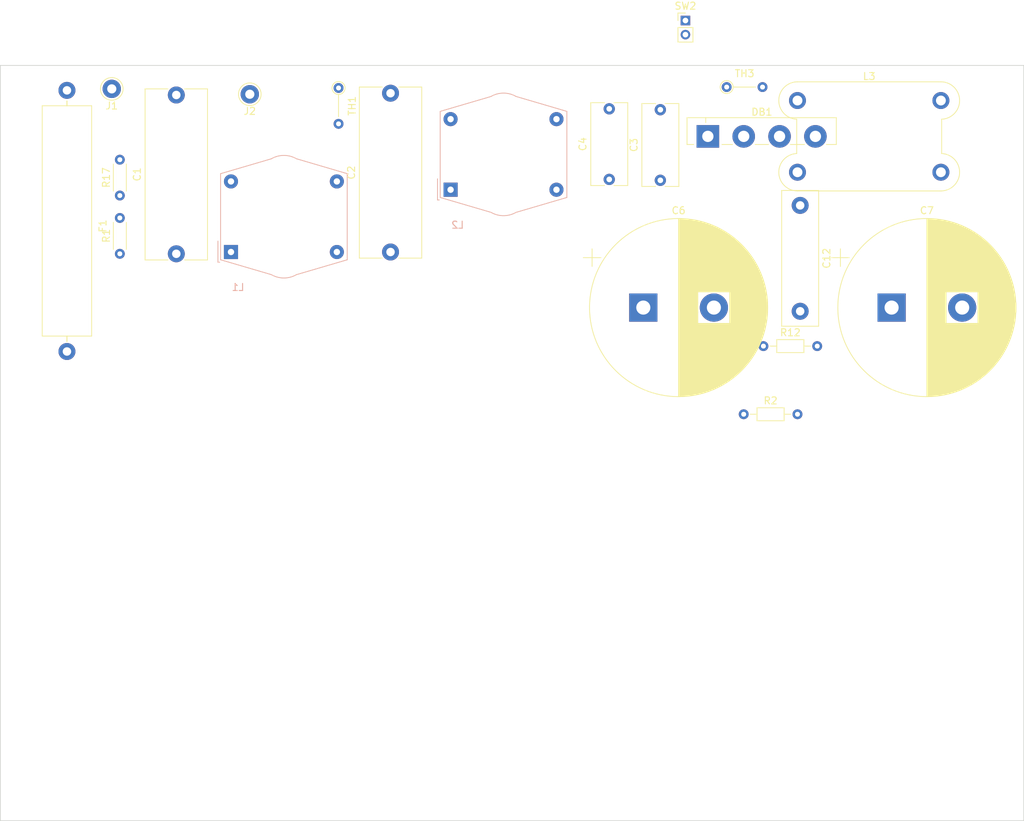
<source format=kicad_pcb>
(kicad_pcb (version 20171130) (host pcbnew "(5.1.2)-1")

  (general
    (thickness 1.6)
    (drawings 4)
    (tracks 0)
    (zones 0)
    (modules 21)
    (nets 19)
  )

  (page A4)
  (layers
    (0 F.Cu signal)
    (31 B.Cu signal)
    (32 B.Adhes user)
    (33 F.Adhes user)
    (34 B.Paste user)
    (35 F.Paste user)
    (36 B.SilkS user)
    (37 F.SilkS user)
    (38 B.Mask user)
    (39 F.Mask user)
    (40 Dwgs.User user)
    (41 Cmts.User user)
    (42 Eco1.User user)
    (43 Eco2.User user)
    (44 Edge.Cuts user)
    (45 Margin user)
    (46 B.CrtYd user)
    (47 F.CrtYd user)
    (48 B.Fab user)
    (49 F.Fab user)
  )

  (setup
    (last_trace_width 0.25)
    (trace_clearance 0.2)
    (zone_clearance 0.508)
    (zone_45_only no)
    (trace_min 0.2)
    (via_size 0.8)
    (via_drill 0.4)
    (via_min_size 0.4)
    (via_min_drill 0.3)
    (uvia_size 0.3)
    (uvia_drill 0.1)
    (uvias_allowed no)
    (uvia_min_size 0.2)
    (uvia_min_drill 0.1)
    (edge_width 0.05)
    (segment_width 0.2)
    (pcb_text_width 0.3)
    (pcb_text_size 1.5 1.5)
    (mod_edge_width 0.12)
    (mod_text_size 1 1)
    (mod_text_width 0.15)
    (pad_size 1.524 1.524)
    (pad_drill 0.762)
    (pad_to_mask_clearance 0.051)
    (solder_mask_min_width 0.25)
    (aux_axis_origin 0 0)
    (visible_elements 7FFFFFFF)
    (pcbplotparams
      (layerselection 0x010fc_ffffffff)
      (usegerberextensions false)
      (usegerberattributes false)
      (usegerberadvancedattributes false)
      (creategerberjobfile false)
      (excludeedgelayer true)
      (linewidth 0.100000)
      (plotframeref false)
      (viasonmask false)
      (mode 1)
      (useauxorigin false)
      (hpglpennumber 1)
      (hpglpenspeed 20)
      (hpglpendiameter 15.000000)
      (psnegative false)
      (psa4output false)
      (plotreference true)
      (plotvalue true)
      (plotinvisibletext false)
      (padsonsilk false)
      (subtractmaskfromsilk false)
      (outputformat 1)
      (mirror false)
      (drillshape 1)
      (scaleselection 1)
      (outputdirectory ""))
  )

  (net 0 "")
  (net 1 "Net-(C1-Pad2)")
  (net 2 "Net-(C1-Pad1)")
  (net 3 "Net-(C2-Pad1)")
  (net 4 "Net-(C2-Pad2)")
  (net 5 "Net-(C12-Pad1)")
  (net 6 Earth)
  (net 7 "Net-(C4-Pad2)")
  (net 8 "Net-(C6-Pad2)")
  (net 9 "Net-(C6-Pad1)")
  (net 10 "Net-(C7-Pad2)")
  (net 11 "Net-(C12-Pad2)")
  (net 12 "Net-(DB1-Pad2)")
  (net 13 "Net-(F1-Pad2)")
  (net 14 "Net-(L1-Pad4)")
  (net 15 "Net-(L3-Pad3)")
  (net 16 "Net-(L3-Pad1)")
  (net 17 "Net-(R1-Pad2)")
  (net 18 "Net-(R12-Pad2)")

  (net_class Default "Dies ist die voreingestellte Netzklasse."
    (clearance 0.2)
    (trace_width 0.25)
    (via_dia 0.8)
    (via_drill 0.4)
    (uvia_dia 0.3)
    (uvia_drill 0.1)
    (add_net Earth)
    (add_net "Net-(C1-Pad1)")
    (add_net "Net-(C1-Pad2)")
    (add_net "Net-(C12-Pad1)")
    (add_net "Net-(C12-Pad2)")
    (add_net "Net-(C2-Pad1)")
    (add_net "Net-(C2-Pad2)")
    (add_net "Net-(C4-Pad2)")
    (add_net "Net-(C6-Pad1)")
    (add_net "Net-(C6-Pad2)")
    (add_net "Net-(C7-Pad2)")
    (add_net "Net-(DB1-Pad2)")
    (add_net "Net-(F1-Pad2)")
    (add_net "Net-(L1-Pad4)")
    (add_net "Net-(L3-Pad1)")
    (add_net "Net-(L3-Pad3)")
    (add_net "Net-(R1-Pad2)")
    (add_net "Net-(R12-Pad2)")
  )

  (module Capacitor_THT:C_Rect_L24.0mm_W8.6mm_P22.50mm_MKT (layer F.Cu) (tedit 5AE50EF0) (tstamp 5E3F639B)
    (at 74.93 51.689 90)
    (descr "C, Rect series, Radial, pin pitch=22.50mm, , length*width=24*8.6mm^2, Capacitor, https://en.tdk.eu/inf/20/20/db/fc_2009/MKT_B32560_564.pdf")
    (tags "C Rect series Radial pin pitch 22.50mm  length 24mm width 8.6mm Capacitor")
    (path /5E3F0BC4)
    (fp_text reference C1 (at 11.25 -5.55 90) (layer F.SilkS)
      (effects (font (size 1 1) (thickness 0.15)))
    )
    (fp_text value C (at 11.25 5.55 90) (layer F.Fab)
      (effects (font (size 1 1) (thickness 0.15)))
    )
    (fp_text user %R (at 11.25 0 90) (layer F.Fab)
      (effects (font (size 1 1) (thickness 0.15)))
    )
    (fp_line (start 23.95 -4.55) (end -1.45 -4.55) (layer F.CrtYd) (width 0.05))
    (fp_line (start 23.95 4.55) (end 23.95 -4.55) (layer F.CrtYd) (width 0.05))
    (fp_line (start -1.45 4.55) (end 23.95 4.55) (layer F.CrtYd) (width 0.05))
    (fp_line (start -1.45 -4.55) (end -1.45 4.55) (layer F.CrtYd) (width 0.05))
    (fp_line (start 23.37 1.185) (end 23.37 4.42) (layer F.SilkS) (width 0.12))
    (fp_line (start 23.37 -4.42) (end 23.37 -1.185) (layer F.SilkS) (width 0.12))
    (fp_line (start -0.87 1.185) (end -0.87 4.42) (layer F.SilkS) (width 0.12))
    (fp_line (start -0.87 -4.42) (end -0.87 -1.185) (layer F.SilkS) (width 0.12))
    (fp_line (start -0.87 4.42) (end 23.37 4.42) (layer F.SilkS) (width 0.12))
    (fp_line (start -0.87 -4.42) (end 23.37 -4.42) (layer F.SilkS) (width 0.12))
    (fp_line (start 23.25 -4.3) (end -0.75 -4.3) (layer F.Fab) (width 0.1))
    (fp_line (start 23.25 4.3) (end 23.25 -4.3) (layer F.Fab) (width 0.1))
    (fp_line (start -0.75 4.3) (end 23.25 4.3) (layer F.Fab) (width 0.1))
    (fp_line (start -0.75 -4.3) (end -0.75 4.3) (layer F.Fab) (width 0.1))
    (pad 2 thru_hole circle (at 22.5 0 90) (size 2.4 2.4) (drill 1.2) (layers *.Cu *.Mask)
      (net 1 "Net-(C1-Pad2)"))
    (pad 1 thru_hole circle (at 0 0 90) (size 2.4 2.4) (drill 1.2) (layers *.Cu *.Mask)
      (net 2 "Net-(C1-Pad1)"))
    (model ${KISYS3DMOD}/Capacitor_THT.3dshapes/C_Rect_L24.0mm_W8.6mm_P22.50mm_MKT.wrl
      (at (xyz 0 0 0))
      (scale (xyz 1 1 1))
      (rotate (xyz 0 0 0))
    )
  )

  (module Capacitor_THT:C_Rect_L24.0mm_W8.6mm_P22.50mm_MKT (layer F.Cu) (tedit 5AE50EF0) (tstamp 5E3F63B0)
    (at 105.283 51.435 90)
    (descr "C, Rect series, Radial, pin pitch=22.50mm, , length*width=24*8.6mm^2, Capacitor, https://en.tdk.eu/inf/20/20/db/fc_2009/MKT_B32560_564.pdf")
    (tags "C Rect series Radial pin pitch 22.50mm  length 24mm width 8.6mm Capacitor")
    (path /5E3F5FF1)
    (fp_text reference C2 (at 11.25 -5.55 90) (layer F.SilkS)
      (effects (font (size 1 1) (thickness 0.15)))
    )
    (fp_text value C (at 11.25 5.55 90) (layer F.Fab)
      (effects (font (size 1 1) (thickness 0.15)))
    )
    (fp_line (start -0.75 -4.3) (end -0.75 4.3) (layer F.Fab) (width 0.1))
    (fp_line (start -0.75 4.3) (end 23.25 4.3) (layer F.Fab) (width 0.1))
    (fp_line (start 23.25 4.3) (end 23.25 -4.3) (layer F.Fab) (width 0.1))
    (fp_line (start 23.25 -4.3) (end -0.75 -4.3) (layer F.Fab) (width 0.1))
    (fp_line (start -0.87 -4.42) (end 23.37 -4.42) (layer F.SilkS) (width 0.12))
    (fp_line (start -0.87 4.42) (end 23.37 4.42) (layer F.SilkS) (width 0.12))
    (fp_line (start -0.87 -4.42) (end -0.87 -1.185) (layer F.SilkS) (width 0.12))
    (fp_line (start -0.87 1.185) (end -0.87 4.42) (layer F.SilkS) (width 0.12))
    (fp_line (start 23.37 -4.42) (end 23.37 -1.185) (layer F.SilkS) (width 0.12))
    (fp_line (start 23.37 1.185) (end 23.37 4.42) (layer F.SilkS) (width 0.12))
    (fp_line (start -1.45 -4.55) (end -1.45 4.55) (layer F.CrtYd) (width 0.05))
    (fp_line (start -1.45 4.55) (end 23.95 4.55) (layer F.CrtYd) (width 0.05))
    (fp_line (start 23.95 4.55) (end 23.95 -4.55) (layer F.CrtYd) (width 0.05))
    (fp_line (start 23.95 -4.55) (end -1.45 -4.55) (layer F.CrtYd) (width 0.05))
    (fp_text user %R (at 11.25 0 90) (layer F.Fab)
      (effects (font (size 1 1) (thickness 0.15)))
    )
    (pad 1 thru_hole circle (at 0 0 90) (size 2.4 2.4) (drill 1.2) (layers *.Cu *.Mask)
      (net 3 "Net-(C2-Pad1)"))
    (pad 2 thru_hole circle (at 22.5 0 90) (size 2.4 2.4) (drill 1.2) (layers *.Cu *.Mask)
      (net 4 "Net-(C2-Pad2)"))
    (model ${KISYS3DMOD}/Capacitor_THT.3dshapes/C_Rect_L24.0mm_W8.6mm_P22.50mm_MKT.wrl
      (at (xyz 0 0 0))
      (scale (xyz 1 1 1))
      (rotate (xyz 0 0 0))
    )
  )

  (module Capacitor_THT:C_Rect_L11.5mm_W5.0mm_P10.00mm_MKT (layer F.Cu) (tedit 5AE50EF0) (tstamp 5E3F63C5)
    (at 143.51 41.275 90)
    (descr "C, Rect series, Radial, pin pitch=10.00mm, , length*width=11.5*5mm^2, Capacitor, https://en.tdk.eu/inf/20/20/db/fc_2009/MKT_B32560_564.pdf")
    (tags "C Rect series Radial pin pitch 10.00mm  length 11.5mm width 5mm Capacitor")
    (path /5E3FDA36)
    (fp_text reference C3 (at 5 -3.75 90) (layer F.SilkS)
      (effects (font (size 1 1) (thickness 0.15)))
    )
    (fp_text value C (at 5 3.75 90) (layer F.Fab)
      (effects (font (size 1 1) (thickness 0.15)))
    )
    (fp_line (start -0.75 -2.5) (end -0.75 2.5) (layer F.Fab) (width 0.1))
    (fp_line (start -0.75 2.5) (end 10.75 2.5) (layer F.Fab) (width 0.1))
    (fp_line (start 10.75 2.5) (end 10.75 -2.5) (layer F.Fab) (width 0.1))
    (fp_line (start 10.75 -2.5) (end -0.75 -2.5) (layer F.Fab) (width 0.1))
    (fp_line (start -0.87 -2.62) (end 10.87 -2.62) (layer F.SilkS) (width 0.12))
    (fp_line (start -0.87 2.62) (end 10.87 2.62) (layer F.SilkS) (width 0.12))
    (fp_line (start -0.87 -2.62) (end -0.87 -0.665) (layer F.SilkS) (width 0.12))
    (fp_line (start -0.87 0.665) (end -0.87 2.62) (layer F.SilkS) (width 0.12))
    (fp_line (start 10.87 -2.62) (end 10.87 -0.665) (layer F.SilkS) (width 0.12))
    (fp_line (start 10.87 0.665) (end 10.87 2.62) (layer F.SilkS) (width 0.12))
    (fp_line (start -1.05 -2.75) (end -1.05 2.75) (layer F.CrtYd) (width 0.05))
    (fp_line (start -1.05 2.75) (end 11.05 2.75) (layer F.CrtYd) (width 0.05))
    (fp_line (start 11.05 2.75) (end 11.05 -2.75) (layer F.CrtYd) (width 0.05))
    (fp_line (start 11.05 -2.75) (end -1.05 -2.75) (layer F.CrtYd) (width 0.05))
    (fp_text user %R (at 5 0 90) (layer F.Fab)
      (effects (font (size 1 1) (thickness 0.15)))
    )
    (pad 1 thru_hole circle (at 0 0 90) (size 1.6 1.6) (drill 0.8) (layers *.Cu *.Mask)
      (net 5 "Net-(C12-Pad1)"))
    (pad 2 thru_hole circle (at 10 0 90) (size 1.6 1.6) (drill 0.8) (layers *.Cu *.Mask)
      (net 6 Earth))
    (model ${KISYS3DMOD}/Capacitor_THT.3dshapes/C_Rect_L11.5mm_W5.0mm_P10.00mm_MKT.wrl
      (at (xyz 0 0 0))
      (scale (xyz 1 1 1))
      (rotate (xyz 0 0 0))
    )
  )

  (module Capacitor_THT:C_Rect_L11.5mm_W5.0mm_P10.00mm_MKT (layer F.Cu) (tedit 5AE50EF0) (tstamp 5E3F63DA)
    (at 136.271 41.148 90)
    (descr "C, Rect series, Radial, pin pitch=10.00mm, , length*width=11.5*5mm^2, Capacitor, https://en.tdk.eu/inf/20/20/db/fc_2009/MKT_B32560_564.pdf")
    (tags "C Rect series Radial pin pitch 10.00mm  length 11.5mm width 5mm Capacitor")
    (path /5E3FDF4C)
    (fp_text reference C4 (at 5 -3.75 90) (layer F.SilkS)
      (effects (font (size 1 1) (thickness 0.15)))
    )
    (fp_text value C (at 5 3.75 90) (layer F.Fab)
      (effects (font (size 1 1) (thickness 0.15)))
    )
    (fp_text user %R (at 5 0 90) (layer F.Fab)
      (effects (font (size 1 1) (thickness 0.15)))
    )
    (fp_line (start 11.05 -2.75) (end -1.05 -2.75) (layer F.CrtYd) (width 0.05))
    (fp_line (start 11.05 2.75) (end 11.05 -2.75) (layer F.CrtYd) (width 0.05))
    (fp_line (start -1.05 2.75) (end 11.05 2.75) (layer F.CrtYd) (width 0.05))
    (fp_line (start -1.05 -2.75) (end -1.05 2.75) (layer F.CrtYd) (width 0.05))
    (fp_line (start 10.87 0.665) (end 10.87 2.62) (layer F.SilkS) (width 0.12))
    (fp_line (start 10.87 -2.62) (end 10.87 -0.665) (layer F.SilkS) (width 0.12))
    (fp_line (start -0.87 0.665) (end -0.87 2.62) (layer F.SilkS) (width 0.12))
    (fp_line (start -0.87 -2.62) (end -0.87 -0.665) (layer F.SilkS) (width 0.12))
    (fp_line (start -0.87 2.62) (end 10.87 2.62) (layer F.SilkS) (width 0.12))
    (fp_line (start -0.87 -2.62) (end 10.87 -2.62) (layer F.SilkS) (width 0.12))
    (fp_line (start 10.75 -2.5) (end -0.75 -2.5) (layer F.Fab) (width 0.1))
    (fp_line (start 10.75 2.5) (end 10.75 -2.5) (layer F.Fab) (width 0.1))
    (fp_line (start -0.75 2.5) (end 10.75 2.5) (layer F.Fab) (width 0.1))
    (fp_line (start -0.75 -2.5) (end -0.75 2.5) (layer F.Fab) (width 0.1))
    (pad 2 thru_hole circle (at 10 0 90) (size 1.6 1.6) (drill 0.8) (layers *.Cu *.Mask)
      (net 7 "Net-(C4-Pad2)"))
    (pad 1 thru_hole circle (at 0 0 90) (size 1.6 1.6) (drill 0.8) (layers *.Cu *.Mask)
      (net 6 Earth))
    (model ${KISYS3DMOD}/Capacitor_THT.3dshapes/C_Rect_L11.5mm_W5.0mm_P10.00mm_MKT.wrl
      (at (xyz 0 0 0))
      (scale (xyz 1 1 1))
      (rotate (xyz 0 0 0))
    )
  )

  (module Capacitor_THT:CP_Radial_D25.0mm_P10.00mm_SnapIn (layer F.Cu) (tedit 5AE50EF1) (tstamp 5E3F6594)
    (at 141.097 59.309)
    (descr "CP, Radial series, Radial, pin pitch=10.00mm, , diameter=25mm, Electrolytic Capacitor, , http://www.vishay.com/docs/28342/058059pll-si.pdf")
    (tags "CP Radial series Radial pin pitch 10.00mm  diameter 25mm Electrolytic Capacitor")
    (path /5E40AABE)
    (fp_text reference C6 (at 5 -13.75) (layer F.SilkS)
      (effects (font (size 1 1) (thickness 0.15)))
    )
    (fp_text value CP (at 5 13.75) (layer F.Fab)
      (effects (font (size 1 1) (thickness 0.15)))
    )
    (fp_text user %R (at 5 0) (layer F.Fab)
      (effects (font (size 1 1) (thickness 0.15)))
    )
    (fp_line (start -7.254259 -8.325) (end -7.254259 -5.825) (layer F.SilkS) (width 0.12))
    (fp_line (start -8.504259 -7.075) (end -6.004259 -7.075) (layer F.SilkS) (width 0.12))
    (fp_line (start 17.6 -0.671) (end 17.6 0.671) (layer F.SilkS) (width 0.12))
    (fp_line (start 17.56 -1.19) (end 17.56 1.19) (layer F.SilkS) (width 0.12))
    (fp_line (start 17.52 -1.546) (end 17.52 1.546) (layer F.SilkS) (width 0.12))
    (fp_line (start 17.48 -1.835) (end 17.48 1.835) (layer F.SilkS) (width 0.12))
    (fp_line (start 17.44 -2.084) (end 17.44 2.084) (layer F.SilkS) (width 0.12))
    (fp_line (start 17.4 -2.307) (end 17.4 2.307) (layer F.SilkS) (width 0.12))
    (fp_line (start 17.36 -2.509) (end 17.36 2.509) (layer F.SilkS) (width 0.12))
    (fp_line (start 17.32 -2.696) (end 17.32 2.696) (layer F.SilkS) (width 0.12))
    (fp_line (start 17.28 -2.87) (end 17.28 2.87) (layer F.SilkS) (width 0.12))
    (fp_line (start 17.24 -3.034) (end 17.24 3.034) (layer F.SilkS) (width 0.12))
    (fp_line (start 17.2 -3.189) (end 17.2 3.189) (layer F.SilkS) (width 0.12))
    (fp_line (start 17.16 -3.337) (end 17.16 3.337) (layer F.SilkS) (width 0.12))
    (fp_line (start 17.12 -3.478) (end 17.12 3.478) (layer F.SilkS) (width 0.12))
    (fp_line (start 17.08 -3.613) (end 17.08 3.613) (layer F.SilkS) (width 0.12))
    (fp_line (start 17.04 -3.742) (end 17.04 3.742) (layer F.SilkS) (width 0.12))
    (fp_line (start 17 -3.867) (end 17 3.867) (layer F.SilkS) (width 0.12))
    (fp_line (start 16.96 -3.988) (end 16.96 3.988) (layer F.SilkS) (width 0.12))
    (fp_line (start 16.92 -4.105) (end 16.92 4.105) (layer F.SilkS) (width 0.12))
    (fp_line (start 16.88 -4.218) (end 16.88 4.218) (layer F.SilkS) (width 0.12))
    (fp_line (start 16.84 -4.328) (end 16.84 4.328) (layer F.SilkS) (width 0.12))
    (fp_line (start 16.8 -4.435) (end 16.8 4.435) (layer F.SilkS) (width 0.12))
    (fp_line (start 16.76 -4.539) (end 16.76 4.539) (layer F.SilkS) (width 0.12))
    (fp_line (start 16.72 -4.641) (end 16.72 4.641) (layer F.SilkS) (width 0.12))
    (fp_line (start 16.68 -4.74) (end 16.68 4.74) (layer F.SilkS) (width 0.12))
    (fp_line (start 16.64 -4.836) (end 16.64 4.836) (layer F.SilkS) (width 0.12))
    (fp_line (start 16.6 -4.931) (end 16.6 4.931) (layer F.SilkS) (width 0.12))
    (fp_line (start 16.56 -5.023) (end 16.56 5.023) (layer F.SilkS) (width 0.12))
    (fp_line (start 16.52 -5.114) (end 16.52 5.114) (layer F.SilkS) (width 0.12))
    (fp_line (start 16.48 -5.202) (end 16.48 5.202) (layer F.SilkS) (width 0.12))
    (fp_line (start 16.44 -5.289) (end 16.44 5.289) (layer F.SilkS) (width 0.12))
    (fp_line (start 16.4 -5.374) (end 16.4 5.374) (layer F.SilkS) (width 0.12))
    (fp_line (start 16.36 -5.457) (end 16.36 5.457) (layer F.SilkS) (width 0.12))
    (fp_line (start 16.32 -5.539) (end 16.32 5.539) (layer F.SilkS) (width 0.12))
    (fp_line (start 16.28 -5.62) (end 16.28 5.62) (layer F.SilkS) (width 0.12))
    (fp_line (start 16.24 -5.699) (end 16.24 5.699) (layer F.SilkS) (width 0.12))
    (fp_line (start 16.2 -5.776) (end 16.2 5.776) (layer F.SilkS) (width 0.12))
    (fp_line (start 16.16 -5.853) (end 16.16 5.853) (layer F.SilkS) (width 0.12))
    (fp_line (start 16.12 -5.928) (end 16.12 5.928) (layer F.SilkS) (width 0.12))
    (fp_line (start 16.08 -6.002) (end 16.08 6.002) (layer F.SilkS) (width 0.12))
    (fp_line (start 16.04 -6.075) (end 16.04 6.075) (layer F.SilkS) (width 0.12))
    (fp_line (start 16 -6.146) (end 16 6.146) (layer F.SilkS) (width 0.12))
    (fp_line (start 15.96 -6.217) (end 15.96 6.217) (layer F.SilkS) (width 0.12))
    (fp_line (start 15.92 -6.286) (end 15.92 6.286) (layer F.SilkS) (width 0.12))
    (fp_line (start 15.88 -6.355) (end 15.88 6.355) (layer F.SilkS) (width 0.12))
    (fp_line (start 15.84 -6.423) (end 15.84 6.423) (layer F.SilkS) (width 0.12))
    (fp_line (start 15.8 -6.489) (end 15.8 6.489) (layer F.SilkS) (width 0.12))
    (fp_line (start 15.76 -6.555) (end 15.76 6.555) (layer F.SilkS) (width 0.12))
    (fp_line (start 15.72 -6.62) (end 15.72 6.62) (layer F.SilkS) (width 0.12))
    (fp_line (start 15.68 -6.684) (end 15.68 6.684) (layer F.SilkS) (width 0.12))
    (fp_line (start 15.64 -6.747) (end 15.64 6.747) (layer F.SilkS) (width 0.12))
    (fp_line (start 15.6 -6.809) (end 15.6 6.809) (layer F.SilkS) (width 0.12))
    (fp_line (start 15.56 -6.871) (end 15.56 6.871) (layer F.SilkS) (width 0.12))
    (fp_line (start 15.52 -6.931) (end 15.52 6.931) (layer F.SilkS) (width 0.12))
    (fp_line (start 15.48 -6.991) (end 15.48 6.991) (layer F.SilkS) (width 0.12))
    (fp_line (start 15.44 -7.051) (end 15.44 7.051) (layer F.SilkS) (width 0.12))
    (fp_line (start 15.4 -7.109) (end 15.4 7.109) (layer F.SilkS) (width 0.12))
    (fp_line (start 15.36 -7.167) (end 15.36 7.167) (layer F.SilkS) (width 0.12))
    (fp_line (start 15.32 -7.224) (end 15.32 7.224) (layer F.SilkS) (width 0.12))
    (fp_line (start 15.28 -7.281) (end 15.28 7.281) (layer F.SilkS) (width 0.12))
    (fp_line (start 15.24 -7.337) (end 15.24 7.337) (layer F.SilkS) (width 0.12))
    (fp_line (start 15.2 -7.392) (end 15.2 7.392) (layer F.SilkS) (width 0.12))
    (fp_line (start 15.16 -7.446) (end 15.16 7.446) (layer F.SilkS) (width 0.12))
    (fp_line (start 15.12 -7.5) (end 15.12 7.5) (layer F.SilkS) (width 0.12))
    (fp_line (start 15.08 -7.554) (end 15.08 7.554) (layer F.SilkS) (width 0.12))
    (fp_line (start 15.04 -7.607) (end 15.04 7.607) (layer F.SilkS) (width 0.12))
    (fp_line (start 15 -7.659) (end 15 7.659) (layer F.SilkS) (width 0.12))
    (fp_line (start 14.96 -7.711) (end 14.96 7.711) (layer F.SilkS) (width 0.12))
    (fp_line (start 14.92 -7.762) (end 14.92 7.762) (layer F.SilkS) (width 0.12))
    (fp_line (start 14.88 -7.812) (end 14.88 7.812) (layer F.SilkS) (width 0.12))
    (fp_line (start 14.84 -7.862) (end 14.84 7.862) (layer F.SilkS) (width 0.12))
    (fp_line (start 14.8 -7.912) (end 14.8 7.912) (layer F.SilkS) (width 0.12))
    (fp_line (start 14.76 -7.961) (end 14.76 7.961) (layer F.SilkS) (width 0.12))
    (fp_line (start 14.72 -8.009) (end 14.72 8.009) (layer F.SilkS) (width 0.12))
    (fp_line (start 14.68 -8.058) (end 14.68 8.058) (layer F.SilkS) (width 0.12))
    (fp_line (start 14.64 -8.105) (end 14.64 8.105) (layer F.SilkS) (width 0.12))
    (fp_line (start 14.6 -8.152) (end 14.6 8.152) (layer F.SilkS) (width 0.12))
    (fp_line (start 14.56 -8.199) (end 14.56 8.199) (layer F.SilkS) (width 0.12))
    (fp_line (start 14.52 -8.245) (end 14.52 8.245) (layer F.SilkS) (width 0.12))
    (fp_line (start 14.48 -8.291) (end 14.48 8.291) (layer F.SilkS) (width 0.12))
    (fp_line (start 14.44 -8.336) (end 14.44 8.336) (layer F.SilkS) (width 0.12))
    (fp_line (start 14.4 -8.381) (end 14.4 8.381) (layer F.SilkS) (width 0.12))
    (fp_line (start 14.36 -8.425) (end 14.36 8.425) (layer F.SilkS) (width 0.12))
    (fp_line (start 14.32 -8.469) (end 14.32 8.469) (layer F.SilkS) (width 0.12))
    (fp_line (start 14.28 -8.513) (end 14.28 8.513) (layer F.SilkS) (width 0.12))
    (fp_line (start 14.24 -8.556) (end 14.24 8.556) (layer F.SilkS) (width 0.12))
    (fp_line (start 14.2 -8.599) (end 14.2 8.599) (layer F.SilkS) (width 0.12))
    (fp_line (start 14.16 -8.641) (end 14.16 8.641) (layer F.SilkS) (width 0.12))
    (fp_line (start 14.12 -8.683) (end 14.12 8.683) (layer F.SilkS) (width 0.12))
    (fp_line (start 14.08 -8.725) (end 14.08 8.725) (layer F.SilkS) (width 0.12))
    (fp_line (start 14.04 -8.766) (end 14.04 8.766) (layer F.SilkS) (width 0.12))
    (fp_line (start 14 -8.807) (end 14 8.807) (layer F.SilkS) (width 0.12))
    (fp_line (start 13.96 -8.848) (end 13.96 8.848) (layer F.SilkS) (width 0.12))
    (fp_line (start 13.92 -8.888) (end 13.92 8.888) (layer F.SilkS) (width 0.12))
    (fp_line (start 13.88 -8.928) (end 13.88 8.928) (layer F.SilkS) (width 0.12))
    (fp_line (start 13.84 -8.967) (end 13.84 8.967) (layer F.SilkS) (width 0.12))
    (fp_line (start 13.8 -9.006) (end 13.8 9.006) (layer F.SilkS) (width 0.12))
    (fp_line (start 13.76 -9.045) (end 13.76 9.045) (layer F.SilkS) (width 0.12))
    (fp_line (start 13.72 -9.083) (end 13.72 9.083) (layer F.SilkS) (width 0.12))
    (fp_line (start 13.68 -9.121) (end 13.68 9.121) (layer F.SilkS) (width 0.12))
    (fp_line (start 13.64 -9.159) (end 13.64 9.159) (layer F.SilkS) (width 0.12))
    (fp_line (start 13.6 -9.197) (end 13.6 9.197) (layer F.SilkS) (width 0.12))
    (fp_line (start 13.56 -9.234) (end 13.56 9.234) (layer F.SilkS) (width 0.12))
    (fp_line (start 13.52 -9.27) (end 13.52 9.27) (layer F.SilkS) (width 0.12))
    (fp_line (start 13.48 -9.307) (end 13.48 9.307) (layer F.SilkS) (width 0.12))
    (fp_line (start 13.44 -9.343) (end 13.44 9.343) (layer F.SilkS) (width 0.12))
    (fp_line (start 13.4 -9.379) (end 13.4 9.379) (layer F.SilkS) (width 0.12))
    (fp_line (start 13.36 -9.414) (end 13.36 9.414) (layer F.SilkS) (width 0.12))
    (fp_line (start 13.32 -9.45) (end 13.32 9.45) (layer F.SilkS) (width 0.12))
    (fp_line (start 13.28 -9.484) (end 13.28 9.484) (layer F.SilkS) (width 0.12))
    (fp_line (start 13.24 -9.519) (end 13.24 9.519) (layer F.SilkS) (width 0.12))
    (fp_line (start 13.2 -9.553) (end 13.2 9.553) (layer F.SilkS) (width 0.12))
    (fp_line (start 13.161 -9.587) (end 13.161 9.587) (layer F.SilkS) (width 0.12))
    (fp_line (start 13.121 -9.621) (end 13.121 9.621) (layer F.SilkS) (width 0.12))
    (fp_line (start 13.081 -9.655) (end 13.081 9.655) (layer F.SilkS) (width 0.12))
    (fp_line (start 13.041 -9.688) (end 13.041 9.688) (layer F.SilkS) (width 0.12))
    (fp_line (start 13.001 -9.721) (end 13.001 9.721) (layer F.SilkS) (width 0.12))
    (fp_line (start 12.961 -9.753) (end 12.961 9.753) (layer F.SilkS) (width 0.12))
    (fp_line (start 12.921 -9.786) (end 12.921 9.786) (layer F.SilkS) (width 0.12))
    (fp_line (start 12.881 -9.818) (end 12.881 9.818) (layer F.SilkS) (width 0.12))
    (fp_line (start 12.841 -9.85) (end 12.841 9.85) (layer F.SilkS) (width 0.12))
    (fp_line (start 12.801 -9.881) (end 12.801 9.881) (layer F.SilkS) (width 0.12))
    (fp_line (start 12.761 -9.913) (end 12.761 9.913) (layer F.SilkS) (width 0.12))
    (fp_line (start 12.721 -9.944) (end 12.721 9.944) (layer F.SilkS) (width 0.12))
    (fp_line (start 12.681 -9.975) (end 12.681 9.975) (layer F.SilkS) (width 0.12))
    (fp_line (start 12.641 -10.005) (end 12.641 10.005) (layer F.SilkS) (width 0.12))
    (fp_line (start 12.601 -10.035) (end 12.601 10.035) (layer F.SilkS) (width 0.12))
    (fp_line (start 12.561 -10.065) (end 12.561 10.065) (layer F.SilkS) (width 0.12))
    (fp_line (start 12.521 -10.095) (end 12.521 10.095) (layer F.SilkS) (width 0.12))
    (fp_line (start 12.481 -10.125) (end 12.481 10.125) (layer F.SilkS) (width 0.12))
    (fp_line (start 12.441 -10.154) (end 12.441 10.154) (layer F.SilkS) (width 0.12))
    (fp_line (start 12.401 -10.183) (end 12.401 10.183) (layer F.SilkS) (width 0.12))
    (fp_line (start 12.361 -10.212) (end 12.361 10.212) (layer F.SilkS) (width 0.12))
    (fp_line (start 12.321 -10.241) (end 12.321 10.241) (layer F.SilkS) (width 0.12))
    (fp_line (start 12.281 -10.269) (end 12.281 10.269) (layer F.SilkS) (width 0.12))
    (fp_line (start 12.241 -10.297) (end 12.241 10.297) (layer F.SilkS) (width 0.12))
    (fp_line (start 12.201 2.24) (end 12.201 10.325) (layer F.SilkS) (width 0.12))
    (fp_line (start 12.201 -10.325) (end 12.201 -2.24) (layer F.SilkS) (width 0.12))
    (fp_line (start 12.161 2.24) (end 12.161 10.353) (layer F.SilkS) (width 0.12))
    (fp_line (start 12.161 -10.353) (end 12.161 -2.24) (layer F.SilkS) (width 0.12))
    (fp_line (start 12.121 2.24) (end 12.121 10.38) (layer F.SilkS) (width 0.12))
    (fp_line (start 12.121 -10.38) (end 12.121 -2.24) (layer F.SilkS) (width 0.12))
    (fp_line (start 12.081 2.24) (end 12.081 10.407) (layer F.SilkS) (width 0.12))
    (fp_line (start 12.081 -10.407) (end 12.081 -2.24) (layer F.SilkS) (width 0.12))
    (fp_line (start 12.041 2.24) (end 12.041 10.434) (layer F.SilkS) (width 0.12))
    (fp_line (start 12.041 -10.434) (end 12.041 -2.24) (layer F.SilkS) (width 0.12))
    (fp_line (start 12.001 2.24) (end 12.001 10.461) (layer F.SilkS) (width 0.12))
    (fp_line (start 12.001 -10.461) (end 12.001 -2.24) (layer F.SilkS) (width 0.12))
    (fp_line (start 11.961 2.24) (end 11.961 10.488) (layer F.SilkS) (width 0.12))
    (fp_line (start 11.961 -10.488) (end 11.961 -2.24) (layer F.SilkS) (width 0.12))
    (fp_line (start 11.921 2.24) (end 11.921 10.514) (layer F.SilkS) (width 0.12))
    (fp_line (start 11.921 -10.514) (end 11.921 -2.24) (layer F.SilkS) (width 0.12))
    (fp_line (start 11.881 2.24) (end 11.881 10.54) (layer F.SilkS) (width 0.12))
    (fp_line (start 11.881 -10.54) (end 11.881 -2.24) (layer F.SilkS) (width 0.12))
    (fp_line (start 11.841 2.24) (end 11.841 10.566) (layer F.SilkS) (width 0.12))
    (fp_line (start 11.841 -10.566) (end 11.841 -2.24) (layer F.SilkS) (width 0.12))
    (fp_line (start 11.801 2.24) (end 11.801 10.592) (layer F.SilkS) (width 0.12))
    (fp_line (start 11.801 -10.592) (end 11.801 -2.24) (layer F.SilkS) (width 0.12))
    (fp_line (start 11.761 2.24) (end 11.761 10.617) (layer F.SilkS) (width 0.12))
    (fp_line (start 11.761 -10.617) (end 11.761 -2.24) (layer F.SilkS) (width 0.12))
    (fp_line (start 11.721 2.24) (end 11.721 10.643) (layer F.SilkS) (width 0.12))
    (fp_line (start 11.721 -10.643) (end 11.721 -2.24) (layer F.SilkS) (width 0.12))
    (fp_line (start 11.681 2.24) (end 11.681 10.668) (layer F.SilkS) (width 0.12))
    (fp_line (start 11.681 -10.668) (end 11.681 -2.24) (layer F.SilkS) (width 0.12))
    (fp_line (start 11.641 2.24) (end 11.641 10.692) (layer F.SilkS) (width 0.12))
    (fp_line (start 11.641 -10.692) (end 11.641 -2.24) (layer F.SilkS) (width 0.12))
    (fp_line (start 11.601 2.24) (end 11.601 10.717) (layer F.SilkS) (width 0.12))
    (fp_line (start 11.601 -10.717) (end 11.601 -2.24) (layer F.SilkS) (width 0.12))
    (fp_line (start 11.561 2.24) (end 11.561 10.742) (layer F.SilkS) (width 0.12))
    (fp_line (start 11.561 -10.742) (end 11.561 -2.24) (layer F.SilkS) (width 0.12))
    (fp_line (start 11.521 2.24) (end 11.521 10.766) (layer F.SilkS) (width 0.12))
    (fp_line (start 11.521 -10.766) (end 11.521 -2.24) (layer F.SilkS) (width 0.12))
    (fp_line (start 11.481 2.24) (end 11.481 10.79) (layer F.SilkS) (width 0.12))
    (fp_line (start 11.481 -10.79) (end 11.481 -2.24) (layer F.SilkS) (width 0.12))
    (fp_line (start 11.441 2.24) (end 11.441 10.814) (layer F.SilkS) (width 0.12))
    (fp_line (start 11.441 -10.814) (end 11.441 -2.24) (layer F.SilkS) (width 0.12))
    (fp_line (start 11.401 2.24) (end 11.401 10.837) (layer F.SilkS) (width 0.12))
    (fp_line (start 11.401 -10.837) (end 11.401 -2.24) (layer F.SilkS) (width 0.12))
    (fp_line (start 11.361 2.24) (end 11.361 10.861) (layer F.SilkS) (width 0.12))
    (fp_line (start 11.361 -10.861) (end 11.361 -2.24) (layer F.SilkS) (width 0.12))
    (fp_line (start 11.321 2.24) (end 11.321 10.884) (layer F.SilkS) (width 0.12))
    (fp_line (start 11.321 -10.884) (end 11.321 -2.24) (layer F.SilkS) (width 0.12))
    (fp_line (start 11.281 2.24) (end 11.281 10.907) (layer F.SilkS) (width 0.12))
    (fp_line (start 11.281 -10.907) (end 11.281 -2.24) (layer F.SilkS) (width 0.12))
    (fp_line (start 11.241 2.24) (end 11.241 10.93) (layer F.SilkS) (width 0.12))
    (fp_line (start 11.241 -10.93) (end 11.241 -2.24) (layer F.SilkS) (width 0.12))
    (fp_line (start 11.201 2.24) (end 11.201 10.953) (layer F.SilkS) (width 0.12))
    (fp_line (start 11.201 -10.953) (end 11.201 -2.24) (layer F.SilkS) (width 0.12))
    (fp_line (start 11.161 2.24) (end 11.161 10.975) (layer F.SilkS) (width 0.12))
    (fp_line (start 11.161 -10.975) (end 11.161 -2.24) (layer F.SilkS) (width 0.12))
    (fp_line (start 11.121 2.24) (end 11.121 10.997) (layer F.SilkS) (width 0.12))
    (fp_line (start 11.121 -10.997) (end 11.121 -2.24) (layer F.SilkS) (width 0.12))
    (fp_line (start 11.081 2.24) (end 11.081 11.019) (layer F.SilkS) (width 0.12))
    (fp_line (start 11.081 -11.019) (end 11.081 -2.24) (layer F.SilkS) (width 0.12))
    (fp_line (start 11.041 2.24) (end 11.041 11.041) (layer F.SilkS) (width 0.12))
    (fp_line (start 11.041 -11.041) (end 11.041 -2.24) (layer F.SilkS) (width 0.12))
    (fp_line (start 11.001 2.24) (end 11.001 11.063) (layer F.SilkS) (width 0.12))
    (fp_line (start 11.001 -11.063) (end 11.001 -2.24) (layer F.SilkS) (width 0.12))
    (fp_line (start 10.961 2.24) (end 10.961 11.084) (layer F.SilkS) (width 0.12))
    (fp_line (start 10.961 -11.084) (end 10.961 -2.24) (layer F.SilkS) (width 0.12))
    (fp_line (start 10.921 2.24) (end 10.921 11.106) (layer F.SilkS) (width 0.12))
    (fp_line (start 10.921 -11.106) (end 10.921 -2.24) (layer F.SilkS) (width 0.12))
    (fp_line (start 10.881 2.24) (end 10.881 11.127) (layer F.SilkS) (width 0.12))
    (fp_line (start 10.881 -11.127) (end 10.881 -2.24) (layer F.SilkS) (width 0.12))
    (fp_line (start 10.841 2.24) (end 10.841 11.148) (layer F.SilkS) (width 0.12))
    (fp_line (start 10.841 -11.148) (end 10.841 -2.24) (layer F.SilkS) (width 0.12))
    (fp_line (start 10.801 2.24) (end 10.801 11.169) (layer F.SilkS) (width 0.12))
    (fp_line (start 10.801 -11.169) (end 10.801 -2.24) (layer F.SilkS) (width 0.12))
    (fp_line (start 10.761 2.24) (end 10.761 11.189) (layer F.SilkS) (width 0.12))
    (fp_line (start 10.761 -11.189) (end 10.761 -2.24) (layer F.SilkS) (width 0.12))
    (fp_line (start 10.721 2.24) (end 10.721 11.21) (layer F.SilkS) (width 0.12))
    (fp_line (start 10.721 -11.21) (end 10.721 -2.24) (layer F.SilkS) (width 0.12))
    (fp_line (start 10.681 2.24) (end 10.681 11.23) (layer F.SilkS) (width 0.12))
    (fp_line (start 10.681 -11.23) (end 10.681 -2.24) (layer F.SilkS) (width 0.12))
    (fp_line (start 10.641 2.24) (end 10.641 11.25) (layer F.SilkS) (width 0.12))
    (fp_line (start 10.641 -11.25) (end 10.641 -2.24) (layer F.SilkS) (width 0.12))
    (fp_line (start 10.601 2.24) (end 10.601 11.27) (layer F.SilkS) (width 0.12))
    (fp_line (start 10.601 -11.27) (end 10.601 -2.24) (layer F.SilkS) (width 0.12))
    (fp_line (start 10.561 2.24) (end 10.561 11.29) (layer F.SilkS) (width 0.12))
    (fp_line (start 10.561 -11.29) (end 10.561 -2.24) (layer F.SilkS) (width 0.12))
    (fp_line (start 10.521 2.24) (end 10.521 11.309) (layer F.SilkS) (width 0.12))
    (fp_line (start 10.521 -11.309) (end 10.521 -2.24) (layer F.SilkS) (width 0.12))
    (fp_line (start 10.481 2.24) (end 10.481 11.329) (layer F.SilkS) (width 0.12))
    (fp_line (start 10.481 -11.329) (end 10.481 -2.24) (layer F.SilkS) (width 0.12))
    (fp_line (start 10.441 2.24) (end 10.441 11.348) (layer F.SilkS) (width 0.12))
    (fp_line (start 10.441 -11.348) (end 10.441 -2.24) (layer F.SilkS) (width 0.12))
    (fp_line (start 10.401 2.24) (end 10.401 11.367) (layer F.SilkS) (width 0.12))
    (fp_line (start 10.401 -11.367) (end 10.401 -2.24) (layer F.SilkS) (width 0.12))
    (fp_line (start 10.361 2.24) (end 10.361 11.386) (layer F.SilkS) (width 0.12))
    (fp_line (start 10.361 -11.386) (end 10.361 -2.24) (layer F.SilkS) (width 0.12))
    (fp_line (start 10.321 2.24) (end 10.321 11.404) (layer F.SilkS) (width 0.12))
    (fp_line (start 10.321 -11.404) (end 10.321 -2.24) (layer F.SilkS) (width 0.12))
    (fp_line (start 10.281 2.24) (end 10.281 11.423) (layer F.SilkS) (width 0.12))
    (fp_line (start 10.281 -11.423) (end 10.281 -2.24) (layer F.SilkS) (width 0.12))
    (fp_line (start 10.241 2.24) (end 10.241 11.441) (layer F.SilkS) (width 0.12))
    (fp_line (start 10.241 -11.441) (end 10.241 -2.24) (layer F.SilkS) (width 0.12))
    (fp_line (start 10.201 2.24) (end 10.201 11.459) (layer F.SilkS) (width 0.12))
    (fp_line (start 10.201 -11.459) (end 10.201 -2.24) (layer F.SilkS) (width 0.12))
    (fp_line (start 10.161 2.24) (end 10.161 11.477) (layer F.SilkS) (width 0.12))
    (fp_line (start 10.161 -11.477) (end 10.161 -2.24) (layer F.SilkS) (width 0.12))
    (fp_line (start 10.121 2.24) (end 10.121 11.495) (layer F.SilkS) (width 0.12))
    (fp_line (start 10.121 -11.495) (end 10.121 -2.24) (layer F.SilkS) (width 0.12))
    (fp_line (start 10.081 2.24) (end 10.081 11.513) (layer F.SilkS) (width 0.12))
    (fp_line (start 10.081 -11.513) (end 10.081 -2.24) (layer F.SilkS) (width 0.12))
    (fp_line (start 10.041 2.24) (end 10.041 11.53) (layer F.SilkS) (width 0.12))
    (fp_line (start 10.041 -11.53) (end 10.041 -2.24) (layer F.SilkS) (width 0.12))
    (fp_line (start 10.001 2.24) (end 10.001 11.548) (layer F.SilkS) (width 0.12))
    (fp_line (start 10.001 -11.548) (end 10.001 -2.24) (layer F.SilkS) (width 0.12))
    (fp_line (start 9.961 2.24) (end 9.961 11.565) (layer F.SilkS) (width 0.12))
    (fp_line (start 9.961 -11.565) (end 9.961 -2.24) (layer F.SilkS) (width 0.12))
    (fp_line (start 9.921 2.24) (end 9.921 11.582) (layer F.SilkS) (width 0.12))
    (fp_line (start 9.921 -11.582) (end 9.921 -2.24) (layer F.SilkS) (width 0.12))
    (fp_line (start 9.881 2.24) (end 9.881 11.599) (layer F.SilkS) (width 0.12))
    (fp_line (start 9.881 -11.599) (end 9.881 -2.24) (layer F.SilkS) (width 0.12))
    (fp_line (start 9.841 2.24) (end 9.841 11.615) (layer F.SilkS) (width 0.12))
    (fp_line (start 9.841 -11.615) (end 9.841 -2.24) (layer F.SilkS) (width 0.12))
    (fp_line (start 9.801 2.24) (end 9.801 11.632) (layer F.SilkS) (width 0.12))
    (fp_line (start 9.801 -11.632) (end 9.801 -2.24) (layer F.SilkS) (width 0.12))
    (fp_line (start 9.761 2.24) (end 9.761 11.648) (layer F.SilkS) (width 0.12))
    (fp_line (start 9.761 -11.648) (end 9.761 -2.24) (layer F.SilkS) (width 0.12))
    (fp_line (start 9.721 2.24) (end 9.721 11.665) (layer F.SilkS) (width 0.12))
    (fp_line (start 9.721 -11.665) (end 9.721 -2.24) (layer F.SilkS) (width 0.12))
    (fp_line (start 9.681 2.24) (end 9.681 11.681) (layer F.SilkS) (width 0.12))
    (fp_line (start 9.681 -11.681) (end 9.681 -2.24) (layer F.SilkS) (width 0.12))
    (fp_line (start 9.641 2.24) (end 9.641 11.697) (layer F.SilkS) (width 0.12))
    (fp_line (start 9.641 -11.697) (end 9.641 -2.24) (layer F.SilkS) (width 0.12))
    (fp_line (start 9.601 2.24) (end 9.601 11.712) (layer F.SilkS) (width 0.12))
    (fp_line (start 9.601 -11.712) (end 9.601 -2.24) (layer F.SilkS) (width 0.12))
    (fp_line (start 9.561 2.24) (end 9.561 11.728) (layer F.SilkS) (width 0.12))
    (fp_line (start 9.561 -11.728) (end 9.561 -2.24) (layer F.SilkS) (width 0.12))
    (fp_line (start 9.521 2.24) (end 9.521 11.743) (layer F.SilkS) (width 0.12))
    (fp_line (start 9.521 -11.743) (end 9.521 -2.24) (layer F.SilkS) (width 0.12))
    (fp_line (start 9.481 2.24) (end 9.481 11.759) (layer F.SilkS) (width 0.12))
    (fp_line (start 9.481 -11.759) (end 9.481 -2.24) (layer F.SilkS) (width 0.12))
    (fp_line (start 9.441 2.24) (end 9.441 11.774) (layer F.SilkS) (width 0.12))
    (fp_line (start 9.441 -11.774) (end 9.441 -2.24) (layer F.SilkS) (width 0.12))
    (fp_line (start 9.401 2.24) (end 9.401 11.789) (layer F.SilkS) (width 0.12))
    (fp_line (start 9.401 -11.789) (end 9.401 -2.24) (layer F.SilkS) (width 0.12))
    (fp_line (start 9.361 2.24) (end 9.361 11.803) (layer F.SilkS) (width 0.12))
    (fp_line (start 9.361 -11.803) (end 9.361 -2.24) (layer F.SilkS) (width 0.12))
    (fp_line (start 9.321 2.24) (end 9.321 11.818) (layer F.SilkS) (width 0.12))
    (fp_line (start 9.321 -11.818) (end 9.321 -2.24) (layer F.SilkS) (width 0.12))
    (fp_line (start 9.281 2.24) (end 9.281 11.833) (layer F.SilkS) (width 0.12))
    (fp_line (start 9.281 -11.833) (end 9.281 -2.24) (layer F.SilkS) (width 0.12))
    (fp_line (start 9.241 2.24) (end 9.241 11.847) (layer F.SilkS) (width 0.12))
    (fp_line (start 9.241 -11.847) (end 9.241 -2.24) (layer F.SilkS) (width 0.12))
    (fp_line (start 9.201 2.24) (end 9.201 11.861) (layer F.SilkS) (width 0.12))
    (fp_line (start 9.201 -11.861) (end 9.201 -2.24) (layer F.SilkS) (width 0.12))
    (fp_line (start 9.161 2.24) (end 9.161 11.875) (layer F.SilkS) (width 0.12))
    (fp_line (start 9.161 -11.875) (end 9.161 -2.24) (layer F.SilkS) (width 0.12))
    (fp_line (start 9.121 2.24) (end 9.121 11.889) (layer F.SilkS) (width 0.12))
    (fp_line (start 9.121 -11.889) (end 9.121 -2.24) (layer F.SilkS) (width 0.12))
    (fp_line (start 9.081 2.24) (end 9.081 11.903) (layer F.SilkS) (width 0.12))
    (fp_line (start 9.081 -11.903) (end 9.081 -2.24) (layer F.SilkS) (width 0.12))
    (fp_line (start 9.041 2.24) (end 9.041 11.916) (layer F.SilkS) (width 0.12))
    (fp_line (start 9.041 -11.916) (end 9.041 -2.24) (layer F.SilkS) (width 0.12))
    (fp_line (start 9.001 2.24) (end 9.001 11.93) (layer F.SilkS) (width 0.12))
    (fp_line (start 9.001 -11.93) (end 9.001 -2.24) (layer F.SilkS) (width 0.12))
    (fp_line (start 8.961 2.24) (end 8.961 11.943) (layer F.SilkS) (width 0.12))
    (fp_line (start 8.961 -11.943) (end 8.961 -2.24) (layer F.SilkS) (width 0.12))
    (fp_line (start 8.921 2.24) (end 8.921 11.956) (layer F.SilkS) (width 0.12))
    (fp_line (start 8.921 -11.956) (end 8.921 -2.24) (layer F.SilkS) (width 0.12))
    (fp_line (start 8.881 2.24) (end 8.881 11.969) (layer F.SilkS) (width 0.12))
    (fp_line (start 8.881 -11.969) (end 8.881 -2.24) (layer F.SilkS) (width 0.12))
    (fp_line (start 8.841 2.24) (end 8.841 11.982) (layer F.SilkS) (width 0.12))
    (fp_line (start 8.841 -11.982) (end 8.841 -2.24) (layer F.SilkS) (width 0.12))
    (fp_line (start 8.801 2.24) (end 8.801 11.995) (layer F.SilkS) (width 0.12))
    (fp_line (start 8.801 -11.995) (end 8.801 -2.24) (layer F.SilkS) (width 0.12))
    (fp_line (start 8.761 2.24) (end 8.761 12.007) (layer F.SilkS) (width 0.12))
    (fp_line (start 8.761 -12.007) (end 8.761 -2.24) (layer F.SilkS) (width 0.12))
    (fp_line (start 8.721 2.24) (end 8.721 12.02) (layer F.SilkS) (width 0.12))
    (fp_line (start 8.721 -12.02) (end 8.721 -2.24) (layer F.SilkS) (width 0.12))
    (fp_line (start 8.681 2.24) (end 8.681 12.032) (layer F.SilkS) (width 0.12))
    (fp_line (start 8.681 -12.032) (end 8.681 -2.24) (layer F.SilkS) (width 0.12))
    (fp_line (start 8.641 2.24) (end 8.641 12.044) (layer F.SilkS) (width 0.12))
    (fp_line (start 8.641 -12.044) (end 8.641 -2.24) (layer F.SilkS) (width 0.12))
    (fp_line (start 8.601 2.24) (end 8.601 12.056) (layer F.SilkS) (width 0.12))
    (fp_line (start 8.601 -12.056) (end 8.601 -2.24) (layer F.SilkS) (width 0.12))
    (fp_line (start 8.561 2.24) (end 8.561 12.068) (layer F.SilkS) (width 0.12))
    (fp_line (start 8.561 -12.068) (end 8.561 -2.24) (layer F.SilkS) (width 0.12))
    (fp_line (start 8.521 2.24) (end 8.521 12.08) (layer F.SilkS) (width 0.12))
    (fp_line (start 8.521 -12.08) (end 8.521 -2.24) (layer F.SilkS) (width 0.12))
    (fp_line (start 8.481 2.24) (end 8.481 12.091) (layer F.SilkS) (width 0.12))
    (fp_line (start 8.481 -12.091) (end 8.481 -2.24) (layer F.SilkS) (width 0.12))
    (fp_line (start 8.441 2.24) (end 8.441 12.103) (layer F.SilkS) (width 0.12))
    (fp_line (start 8.441 -12.103) (end 8.441 -2.24) (layer F.SilkS) (width 0.12))
    (fp_line (start 8.401 2.24) (end 8.401 12.114) (layer F.SilkS) (width 0.12))
    (fp_line (start 8.401 -12.114) (end 8.401 -2.24) (layer F.SilkS) (width 0.12))
    (fp_line (start 8.361 2.24) (end 8.361 12.125) (layer F.SilkS) (width 0.12))
    (fp_line (start 8.361 -12.125) (end 8.361 -2.24) (layer F.SilkS) (width 0.12))
    (fp_line (start 8.321 2.24) (end 8.321 12.136) (layer F.SilkS) (width 0.12))
    (fp_line (start 8.321 -12.136) (end 8.321 -2.24) (layer F.SilkS) (width 0.12))
    (fp_line (start 8.281 2.24) (end 8.281 12.147) (layer F.SilkS) (width 0.12))
    (fp_line (start 8.281 -12.147) (end 8.281 -2.24) (layer F.SilkS) (width 0.12))
    (fp_line (start 8.241 2.24) (end 8.241 12.157) (layer F.SilkS) (width 0.12))
    (fp_line (start 8.241 -12.157) (end 8.241 -2.24) (layer F.SilkS) (width 0.12))
    (fp_line (start 8.201 2.24) (end 8.201 12.168) (layer F.SilkS) (width 0.12))
    (fp_line (start 8.201 -12.168) (end 8.201 -2.24) (layer F.SilkS) (width 0.12))
    (fp_line (start 8.161 2.24) (end 8.161 12.178) (layer F.SilkS) (width 0.12))
    (fp_line (start 8.161 -12.178) (end 8.161 -2.24) (layer F.SilkS) (width 0.12))
    (fp_line (start 8.121 2.24) (end 8.121 12.189) (layer F.SilkS) (width 0.12))
    (fp_line (start 8.121 -12.189) (end 8.121 -2.24) (layer F.SilkS) (width 0.12))
    (fp_line (start 8.081 2.24) (end 8.081 12.199) (layer F.SilkS) (width 0.12))
    (fp_line (start 8.081 -12.199) (end 8.081 -2.24) (layer F.SilkS) (width 0.12))
    (fp_line (start 8.041 2.24) (end 8.041 12.209) (layer F.SilkS) (width 0.12))
    (fp_line (start 8.041 -12.209) (end 8.041 -2.24) (layer F.SilkS) (width 0.12))
    (fp_line (start 8.001 2.24) (end 8.001 12.219) (layer F.SilkS) (width 0.12))
    (fp_line (start 8.001 -12.219) (end 8.001 -2.24) (layer F.SilkS) (width 0.12))
    (fp_line (start 7.961 2.24) (end 7.961 12.228) (layer F.SilkS) (width 0.12))
    (fp_line (start 7.961 -12.228) (end 7.961 -2.24) (layer F.SilkS) (width 0.12))
    (fp_line (start 7.921 2.24) (end 7.921 12.238) (layer F.SilkS) (width 0.12))
    (fp_line (start 7.921 -12.238) (end 7.921 -2.24) (layer F.SilkS) (width 0.12))
    (fp_line (start 7.881 2.24) (end 7.881 12.247) (layer F.SilkS) (width 0.12))
    (fp_line (start 7.881 -12.247) (end 7.881 -2.24) (layer F.SilkS) (width 0.12))
    (fp_line (start 7.841 2.24) (end 7.841 12.257) (layer F.SilkS) (width 0.12))
    (fp_line (start 7.841 -12.257) (end 7.841 -2.24) (layer F.SilkS) (width 0.12))
    (fp_line (start 7.801 2.24) (end 7.801 12.266) (layer F.SilkS) (width 0.12))
    (fp_line (start 7.801 -12.266) (end 7.801 -2.24) (layer F.SilkS) (width 0.12))
    (fp_line (start 7.761 2.24) (end 7.761 12.275) (layer F.SilkS) (width 0.12))
    (fp_line (start 7.761 -12.275) (end 7.761 -2.24) (layer F.SilkS) (width 0.12))
    (fp_line (start 7.721 -12.284) (end 7.721 12.284) (layer F.SilkS) (width 0.12))
    (fp_line (start 7.681 -12.293) (end 7.681 12.293) (layer F.SilkS) (width 0.12))
    (fp_line (start 7.641 -12.301) (end 7.641 12.301) (layer F.SilkS) (width 0.12))
    (fp_line (start 7.601 -12.31) (end 7.601 12.31) (layer F.SilkS) (width 0.12))
    (fp_line (start 7.561 -12.318) (end 7.561 12.318) (layer F.SilkS) (width 0.12))
    (fp_line (start 7.521 -12.326) (end 7.521 12.326) (layer F.SilkS) (width 0.12))
    (fp_line (start 7.481 -12.334) (end 7.481 12.334) (layer F.SilkS) (width 0.12))
    (fp_line (start 7.441 -12.342) (end 7.441 12.342) (layer F.SilkS) (width 0.12))
    (fp_line (start 7.401 -12.35) (end 7.401 12.35) (layer F.SilkS) (width 0.12))
    (fp_line (start 7.361 -12.358) (end 7.361 12.358) (layer F.SilkS) (width 0.12))
    (fp_line (start 7.321 -12.365) (end 7.321 12.365) (layer F.SilkS) (width 0.12))
    (fp_line (start 7.281 -12.373) (end 7.281 12.373) (layer F.SilkS) (width 0.12))
    (fp_line (start 7.241 -12.38) (end 7.241 12.38) (layer F.SilkS) (width 0.12))
    (fp_line (start 7.201 -12.387) (end 7.201 12.387) (layer F.SilkS) (width 0.12))
    (fp_line (start 7.161 -12.394) (end 7.161 12.394) (layer F.SilkS) (width 0.12))
    (fp_line (start 7.121 -12.401) (end 7.121 12.401) (layer F.SilkS) (width 0.12))
    (fp_line (start 7.081 -12.408) (end 7.081 12.408) (layer F.SilkS) (width 0.12))
    (fp_line (start 7.041 -12.415) (end 7.041 12.415) (layer F.SilkS) (width 0.12))
    (fp_line (start 7.001 -12.421) (end 7.001 12.421) (layer F.SilkS) (width 0.12))
    (fp_line (start 6.961 -12.427) (end 6.961 12.427) (layer F.SilkS) (width 0.12))
    (fp_line (start 6.921 -12.434) (end 6.921 12.434) (layer F.SilkS) (width 0.12))
    (fp_line (start 6.881 -12.44) (end 6.881 12.44) (layer F.SilkS) (width 0.12))
    (fp_line (start 6.841 -12.446) (end 6.841 12.446) (layer F.SilkS) (width 0.12))
    (fp_line (start 6.801 -12.451) (end 6.801 12.451) (layer F.SilkS) (width 0.12))
    (fp_line (start 6.761 -12.457) (end 6.761 12.457) (layer F.SilkS) (width 0.12))
    (fp_line (start 6.721 -12.463) (end 6.721 12.463) (layer F.SilkS) (width 0.12))
    (fp_line (start 6.681 -12.468) (end 6.681 12.468) (layer F.SilkS) (width 0.12))
    (fp_line (start 6.641 -12.473) (end 6.641 12.473) (layer F.SilkS) (width 0.12))
    (fp_line (start 6.601 -12.479) (end 6.601 12.479) (layer F.SilkS) (width 0.12))
    (fp_line (start 6.561 -12.484) (end 6.561 12.484) (layer F.SilkS) (width 0.12))
    (fp_line (start 6.521 -12.489) (end 6.521 12.489) (layer F.SilkS) (width 0.12))
    (fp_line (start 6.481 -12.493) (end 6.481 12.493) (layer F.SilkS) (width 0.12))
    (fp_line (start 6.441 -12.498) (end 6.441 12.498) (layer F.SilkS) (width 0.12))
    (fp_line (start 6.401 -12.503) (end 6.401 12.503) (layer F.SilkS) (width 0.12))
    (fp_line (start 6.361 -12.507) (end 6.361 12.507) (layer F.SilkS) (width 0.12))
    (fp_line (start 6.321 -12.511) (end 6.321 12.511) (layer F.SilkS) (width 0.12))
    (fp_line (start 6.281 -12.515) (end 6.281 12.515) (layer F.SilkS) (width 0.12))
    (fp_line (start 6.241 -12.519) (end 6.241 12.519) (layer F.SilkS) (width 0.12))
    (fp_line (start 6.201 -12.523) (end 6.201 12.523) (layer F.SilkS) (width 0.12))
    (fp_line (start 6.161 -12.527) (end 6.161 12.527) (layer F.SilkS) (width 0.12))
    (fp_line (start 6.121 -12.531) (end 6.121 12.531) (layer F.SilkS) (width 0.12))
    (fp_line (start 6.081 -12.534) (end 6.081 12.534) (layer F.SilkS) (width 0.12))
    (fp_line (start 6.041 -12.538) (end 6.041 12.538) (layer F.SilkS) (width 0.12))
    (fp_line (start 6.001 -12.541) (end 6.001 12.541) (layer F.SilkS) (width 0.12))
    (fp_line (start 5.961 -12.544) (end 5.961 12.544) (layer F.SilkS) (width 0.12))
    (fp_line (start 5.921 -12.547) (end 5.921 12.547) (layer F.SilkS) (width 0.12))
    (fp_line (start 5.881 -12.55) (end 5.881 12.55) (layer F.SilkS) (width 0.12))
    (fp_line (start 5.841 -12.553) (end 5.841 12.553) (layer F.SilkS) (width 0.12))
    (fp_line (start 5.801 -12.555) (end 5.801 12.555) (layer F.SilkS) (width 0.12))
    (fp_line (start 5.761 -12.558) (end 5.761 12.558) (layer F.SilkS) (width 0.12))
    (fp_line (start 5.721 -12.56) (end 5.721 12.56) (layer F.SilkS) (width 0.12))
    (fp_line (start 5.68 -12.562) (end 5.68 12.562) (layer F.SilkS) (width 0.12))
    (fp_line (start 5.64 -12.564) (end 5.64 12.564) (layer F.SilkS) (width 0.12))
    (fp_line (start 5.6 -12.566) (end 5.6 12.566) (layer F.SilkS) (width 0.12))
    (fp_line (start 5.56 -12.568) (end 5.56 12.568) (layer F.SilkS) (width 0.12))
    (fp_line (start 5.52 -12.57) (end 5.52 12.57) (layer F.SilkS) (width 0.12))
    (fp_line (start 5.48 -12.571) (end 5.48 12.571) (layer F.SilkS) (width 0.12))
    (fp_line (start 5.44 -12.573) (end 5.44 12.573) (layer F.SilkS) (width 0.12))
    (fp_line (start 5.4 -12.574) (end 5.4 12.574) (layer F.SilkS) (width 0.12))
    (fp_line (start 5.36 -12.575) (end 5.36 12.575) (layer F.SilkS) (width 0.12))
    (fp_line (start 5.32 -12.576) (end 5.32 12.576) (layer F.SilkS) (width 0.12))
    (fp_line (start 5.28 -12.577) (end 5.28 12.577) (layer F.SilkS) (width 0.12))
    (fp_line (start 5.24 -12.578) (end 5.24 12.578) (layer F.SilkS) (width 0.12))
    (fp_line (start 5.2 -12.579) (end 5.2 12.579) (layer F.SilkS) (width 0.12))
    (fp_line (start 5.16 -12.579) (end 5.16 12.579) (layer F.SilkS) (width 0.12))
    (fp_line (start 5.12 -12.58) (end 5.12 12.58) (layer F.SilkS) (width 0.12))
    (fp_line (start 5.08 -12.58) (end 5.08 12.58) (layer F.SilkS) (width 0.12))
    (fp_line (start 5.04 -12.58) (end 5.04 12.58) (layer F.SilkS) (width 0.12))
    (fp_line (start 5 -12.581) (end 5 12.581) (layer F.SilkS) (width 0.12))
    (fp_line (start -4.504629 -6.7375) (end -4.504629 -4.2375) (layer F.Fab) (width 0.1))
    (fp_line (start -5.754629 -5.4875) (end -3.254629 -5.4875) (layer F.Fab) (width 0.1))
    (fp_circle (center 5 0) (end 17.75 0) (layer F.CrtYd) (width 0.05))
    (fp_circle (center 5 0) (end 17.62 0) (layer F.SilkS) (width 0.12))
    (fp_circle (center 5 0) (end 17.5 0) (layer F.Fab) (width 0.1))
    (pad 2 thru_hole circle (at 10 0) (size 4 4) (drill 2) (layers *.Cu *.Mask)
      (net 8 "Net-(C6-Pad2)"))
    (pad 1 thru_hole rect (at 0 0) (size 4 4) (drill 2) (layers *.Cu *.Mask)
      (net 9 "Net-(C6-Pad1)"))
    (model ${KISYS3DMOD}/Capacitor_THT.3dshapes/CP_Radial_D25.0mm_P10.00mm_SnapIn.wrl
      (at (xyz 0 0 0))
      (scale (xyz 1 1 1))
      (rotate (xyz 0 0 0))
    )
  )

  (module Capacitor_THT:CP_Radial_D25.0mm_P10.00mm_SnapIn (layer F.Cu) (tedit 5AE50EF1) (tstamp 5E3F674E)
    (at 176.276 59.309)
    (descr "CP, Radial series, Radial, pin pitch=10.00mm, , diameter=25mm, Electrolytic Capacitor, , http://www.vishay.com/docs/28342/058059pll-si.pdf")
    (tags "CP Radial series Radial pin pitch 10.00mm  diameter 25mm Electrolytic Capacitor")
    (path /5E40A48E)
    (fp_text reference C7 (at 5 -13.75) (layer F.SilkS)
      (effects (font (size 1 1) (thickness 0.15)))
    )
    (fp_text value CP (at 5 13.75) (layer F.Fab)
      (effects (font (size 1 1) (thickness 0.15)))
    )
    (fp_circle (center 5 0) (end 17.5 0) (layer F.Fab) (width 0.1))
    (fp_circle (center 5 0) (end 17.62 0) (layer F.SilkS) (width 0.12))
    (fp_circle (center 5 0) (end 17.75 0) (layer F.CrtYd) (width 0.05))
    (fp_line (start -5.754629 -5.4875) (end -3.254629 -5.4875) (layer F.Fab) (width 0.1))
    (fp_line (start -4.504629 -6.7375) (end -4.504629 -4.2375) (layer F.Fab) (width 0.1))
    (fp_line (start 5 -12.581) (end 5 12.581) (layer F.SilkS) (width 0.12))
    (fp_line (start 5.04 -12.58) (end 5.04 12.58) (layer F.SilkS) (width 0.12))
    (fp_line (start 5.08 -12.58) (end 5.08 12.58) (layer F.SilkS) (width 0.12))
    (fp_line (start 5.12 -12.58) (end 5.12 12.58) (layer F.SilkS) (width 0.12))
    (fp_line (start 5.16 -12.579) (end 5.16 12.579) (layer F.SilkS) (width 0.12))
    (fp_line (start 5.2 -12.579) (end 5.2 12.579) (layer F.SilkS) (width 0.12))
    (fp_line (start 5.24 -12.578) (end 5.24 12.578) (layer F.SilkS) (width 0.12))
    (fp_line (start 5.28 -12.577) (end 5.28 12.577) (layer F.SilkS) (width 0.12))
    (fp_line (start 5.32 -12.576) (end 5.32 12.576) (layer F.SilkS) (width 0.12))
    (fp_line (start 5.36 -12.575) (end 5.36 12.575) (layer F.SilkS) (width 0.12))
    (fp_line (start 5.4 -12.574) (end 5.4 12.574) (layer F.SilkS) (width 0.12))
    (fp_line (start 5.44 -12.573) (end 5.44 12.573) (layer F.SilkS) (width 0.12))
    (fp_line (start 5.48 -12.571) (end 5.48 12.571) (layer F.SilkS) (width 0.12))
    (fp_line (start 5.52 -12.57) (end 5.52 12.57) (layer F.SilkS) (width 0.12))
    (fp_line (start 5.56 -12.568) (end 5.56 12.568) (layer F.SilkS) (width 0.12))
    (fp_line (start 5.6 -12.566) (end 5.6 12.566) (layer F.SilkS) (width 0.12))
    (fp_line (start 5.64 -12.564) (end 5.64 12.564) (layer F.SilkS) (width 0.12))
    (fp_line (start 5.68 -12.562) (end 5.68 12.562) (layer F.SilkS) (width 0.12))
    (fp_line (start 5.721 -12.56) (end 5.721 12.56) (layer F.SilkS) (width 0.12))
    (fp_line (start 5.761 -12.558) (end 5.761 12.558) (layer F.SilkS) (width 0.12))
    (fp_line (start 5.801 -12.555) (end 5.801 12.555) (layer F.SilkS) (width 0.12))
    (fp_line (start 5.841 -12.553) (end 5.841 12.553) (layer F.SilkS) (width 0.12))
    (fp_line (start 5.881 -12.55) (end 5.881 12.55) (layer F.SilkS) (width 0.12))
    (fp_line (start 5.921 -12.547) (end 5.921 12.547) (layer F.SilkS) (width 0.12))
    (fp_line (start 5.961 -12.544) (end 5.961 12.544) (layer F.SilkS) (width 0.12))
    (fp_line (start 6.001 -12.541) (end 6.001 12.541) (layer F.SilkS) (width 0.12))
    (fp_line (start 6.041 -12.538) (end 6.041 12.538) (layer F.SilkS) (width 0.12))
    (fp_line (start 6.081 -12.534) (end 6.081 12.534) (layer F.SilkS) (width 0.12))
    (fp_line (start 6.121 -12.531) (end 6.121 12.531) (layer F.SilkS) (width 0.12))
    (fp_line (start 6.161 -12.527) (end 6.161 12.527) (layer F.SilkS) (width 0.12))
    (fp_line (start 6.201 -12.523) (end 6.201 12.523) (layer F.SilkS) (width 0.12))
    (fp_line (start 6.241 -12.519) (end 6.241 12.519) (layer F.SilkS) (width 0.12))
    (fp_line (start 6.281 -12.515) (end 6.281 12.515) (layer F.SilkS) (width 0.12))
    (fp_line (start 6.321 -12.511) (end 6.321 12.511) (layer F.SilkS) (width 0.12))
    (fp_line (start 6.361 -12.507) (end 6.361 12.507) (layer F.SilkS) (width 0.12))
    (fp_line (start 6.401 -12.503) (end 6.401 12.503) (layer F.SilkS) (width 0.12))
    (fp_line (start 6.441 -12.498) (end 6.441 12.498) (layer F.SilkS) (width 0.12))
    (fp_line (start 6.481 -12.493) (end 6.481 12.493) (layer F.SilkS) (width 0.12))
    (fp_line (start 6.521 -12.489) (end 6.521 12.489) (layer F.SilkS) (width 0.12))
    (fp_line (start 6.561 -12.484) (end 6.561 12.484) (layer F.SilkS) (width 0.12))
    (fp_line (start 6.601 -12.479) (end 6.601 12.479) (layer F.SilkS) (width 0.12))
    (fp_line (start 6.641 -12.473) (end 6.641 12.473) (layer F.SilkS) (width 0.12))
    (fp_line (start 6.681 -12.468) (end 6.681 12.468) (layer F.SilkS) (width 0.12))
    (fp_line (start 6.721 -12.463) (end 6.721 12.463) (layer F.SilkS) (width 0.12))
    (fp_line (start 6.761 -12.457) (end 6.761 12.457) (layer F.SilkS) (width 0.12))
    (fp_line (start 6.801 -12.451) (end 6.801 12.451) (layer F.SilkS) (width 0.12))
    (fp_line (start 6.841 -12.446) (end 6.841 12.446) (layer F.SilkS) (width 0.12))
    (fp_line (start 6.881 -12.44) (end 6.881 12.44) (layer F.SilkS) (width 0.12))
    (fp_line (start 6.921 -12.434) (end 6.921 12.434) (layer F.SilkS) (width 0.12))
    (fp_line (start 6.961 -12.427) (end 6.961 12.427) (layer F.SilkS) (width 0.12))
    (fp_line (start 7.001 -12.421) (end 7.001 12.421) (layer F.SilkS) (width 0.12))
    (fp_line (start 7.041 -12.415) (end 7.041 12.415) (layer F.SilkS) (width 0.12))
    (fp_line (start 7.081 -12.408) (end 7.081 12.408) (layer F.SilkS) (width 0.12))
    (fp_line (start 7.121 -12.401) (end 7.121 12.401) (layer F.SilkS) (width 0.12))
    (fp_line (start 7.161 -12.394) (end 7.161 12.394) (layer F.SilkS) (width 0.12))
    (fp_line (start 7.201 -12.387) (end 7.201 12.387) (layer F.SilkS) (width 0.12))
    (fp_line (start 7.241 -12.38) (end 7.241 12.38) (layer F.SilkS) (width 0.12))
    (fp_line (start 7.281 -12.373) (end 7.281 12.373) (layer F.SilkS) (width 0.12))
    (fp_line (start 7.321 -12.365) (end 7.321 12.365) (layer F.SilkS) (width 0.12))
    (fp_line (start 7.361 -12.358) (end 7.361 12.358) (layer F.SilkS) (width 0.12))
    (fp_line (start 7.401 -12.35) (end 7.401 12.35) (layer F.SilkS) (width 0.12))
    (fp_line (start 7.441 -12.342) (end 7.441 12.342) (layer F.SilkS) (width 0.12))
    (fp_line (start 7.481 -12.334) (end 7.481 12.334) (layer F.SilkS) (width 0.12))
    (fp_line (start 7.521 -12.326) (end 7.521 12.326) (layer F.SilkS) (width 0.12))
    (fp_line (start 7.561 -12.318) (end 7.561 12.318) (layer F.SilkS) (width 0.12))
    (fp_line (start 7.601 -12.31) (end 7.601 12.31) (layer F.SilkS) (width 0.12))
    (fp_line (start 7.641 -12.301) (end 7.641 12.301) (layer F.SilkS) (width 0.12))
    (fp_line (start 7.681 -12.293) (end 7.681 12.293) (layer F.SilkS) (width 0.12))
    (fp_line (start 7.721 -12.284) (end 7.721 12.284) (layer F.SilkS) (width 0.12))
    (fp_line (start 7.761 -12.275) (end 7.761 -2.24) (layer F.SilkS) (width 0.12))
    (fp_line (start 7.761 2.24) (end 7.761 12.275) (layer F.SilkS) (width 0.12))
    (fp_line (start 7.801 -12.266) (end 7.801 -2.24) (layer F.SilkS) (width 0.12))
    (fp_line (start 7.801 2.24) (end 7.801 12.266) (layer F.SilkS) (width 0.12))
    (fp_line (start 7.841 -12.257) (end 7.841 -2.24) (layer F.SilkS) (width 0.12))
    (fp_line (start 7.841 2.24) (end 7.841 12.257) (layer F.SilkS) (width 0.12))
    (fp_line (start 7.881 -12.247) (end 7.881 -2.24) (layer F.SilkS) (width 0.12))
    (fp_line (start 7.881 2.24) (end 7.881 12.247) (layer F.SilkS) (width 0.12))
    (fp_line (start 7.921 -12.238) (end 7.921 -2.24) (layer F.SilkS) (width 0.12))
    (fp_line (start 7.921 2.24) (end 7.921 12.238) (layer F.SilkS) (width 0.12))
    (fp_line (start 7.961 -12.228) (end 7.961 -2.24) (layer F.SilkS) (width 0.12))
    (fp_line (start 7.961 2.24) (end 7.961 12.228) (layer F.SilkS) (width 0.12))
    (fp_line (start 8.001 -12.219) (end 8.001 -2.24) (layer F.SilkS) (width 0.12))
    (fp_line (start 8.001 2.24) (end 8.001 12.219) (layer F.SilkS) (width 0.12))
    (fp_line (start 8.041 -12.209) (end 8.041 -2.24) (layer F.SilkS) (width 0.12))
    (fp_line (start 8.041 2.24) (end 8.041 12.209) (layer F.SilkS) (width 0.12))
    (fp_line (start 8.081 -12.199) (end 8.081 -2.24) (layer F.SilkS) (width 0.12))
    (fp_line (start 8.081 2.24) (end 8.081 12.199) (layer F.SilkS) (width 0.12))
    (fp_line (start 8.121 -12.189) (end 8.121 -2.24) (layer F.SilkS) (width 0.12))
    (fp_line (start 8.121 2.24) (end 8.121 12.189) (layer F.SilkS) (width 0.12))
    (fp_line (start 8.161 -12.178) (end 8.161 -2.24) (layer F.SilkS) (width 0.12))
    (fp_line (start 8.161 2.24) (end 8.161 12.178) (layer F.SilkS) (width 0.12))
    (fp_line (start 8.201 -12.168) (end 8.201 -2.24) (layer F.SilkS) (width 0.12))
    (fp_line (start 8.201 2.24) (end 8.201 12.168) (layer F.SilkS) (width 0.12))
    (fp_line (start 8.241 -12.157) (end 8.241 -2.24) (layer F.SilkS) (width 0.12))
    (fp_line (start 8.241 2.24) (end 8.241 12.157) (layer F.SilkS) (width 0.12))
    (fp_line (start 8.281 -12.147) (end 8.281 -2.24) (layer F.SilkS) (width 0.12))
    (fp_line (start 8.281 2.24) (end 8.281 12.147) (layer F.SilkS) (width 0.12))
    (fp_line (start 8.321 -12.136) (end 8.321 -2.24) (layer F.SilkS) (width 0.12))
    (fp_line (start 8.321 2.24) (end 8.321 12.136) (layer F.SilkS) (width 0.12))
    (fp_line (start 8.361 -12.125) (end 8.361 -2.24) (layer F.SilkS) (width 0.12))
    (fp_line (start 8.361 2.24) (end 8.361 12.125) (layer F.SilkS) (width 0.12))
    (fp_line (start 8.401 -12.114) (end 8.401 -2.24) (layer F.SilkS) (width 0.12))
    (fp_line (start 8.401 2.24) (end 8.401 12.114) (layer F.SilkS) (width 0.12))
    (fp_line (start 8.441 -12.103) (end 8.441 -2.24) (layer F.SilkS) (width 0.12))
    (fp_line (start 8.441 2.24) (end 8.441 12.103) (layer F.SilkS) (width 0.12))
    (fp_line (start 8.481 -12.091) (end 8.481 -2.24) (layer F.SilkS) (width 0.12))
    (fp_line (start 8.481 2.24) (end 8.481 12.091) (layer F.SilkS) (width 0.12))
    (fp_line (start 8.521 -12.08) (end 8.521 -2.24) (layer F.SilkS) (width 0.12))
    (fp_line (start 8.521 2.24) (end 8.521 12.08) (layer F.SilkS) (width 0.12))
    (fp_line (start 8.561 -12.068) (end 8.561 -2.24) (layer F.SilkS) (width 0.12))
    (fp_line (start 8.561 2.24) (end 8.561 12.068) (layer F.SilkS) (width 0.12))
    (fp_line (start 8.601 -12.056) (end 8.601 -2.24) (layer F.SilkS) (width 0.12))
    (fp_line (start 8.601 2.24) (end 8.601 12.056) (layer F.SilkS) (width 0.12))
    (fp_line (start 8.641 -12.044) (end 8.641 -2.24) (layer F.SilkS) (width 0.12))
    (fp_line (start 8.641 2.24) (end 8.641 12.044) (layer F.SilkS) (width 0.12))
    (fp_line (start 8.681 -12.032) (end 8.681 -2.24) (layer F.SilkS) (width 0.12))
    (fp_line (start 8.681 2.24) (end 8.681 12.032) (layer F.SilkS) (width 0.12))
    (fp_line (start 8.721 -12.02) (end 8.721 -2.24) (layer F.SilkS) (width 0.12))
    (fp_line (start 8.721 2.24) (end 8.721 12.02) (layer F.SilkS) (width 0.12))
    (fp_line (start 8.761 -12.007) (end 8.761 -2.24) (layer F.SilkS) (width 0.12))
    (fp_line (start 8.761 2.24) (end 8.761 12.007) (layer F.SilkS) (width 0.12))
    (fp_line (start 8.801 -11.995) (end 8.801 -2.24) (layer F.SilkS) (width 0.12))
    (fp_line (start 8.801 2.24) (end 8.801 11.995) (layer F.SilkS) (width 0.12))
    (fp_line (start 8.841 -11.982) (end 8.841 -2.24) (layer F.SilkS) (width 0.12))
    (fp_line (start 8.841 2.24) (end 8.841 11.982) (layer F.SilkS) (width 0.12))
    (fp_line (start 8.881 -11.969) (end 8.881 -2.24) (layer F.SilkS) (width 0.12))
    (fp_line (start 8.881 2.24) (end 8.881 11.969) (layer F.SilkS) (width 0.12))
    (fp_line (start 8.921 -11.956) (end 8.921 -2.24) (layer F.SilkS) (width 0.12))
    (fp_line (start 8.921 2.24) (end 8.921 11.956) (layer F.SilkS) (width 0.12))
    (fp_line (start 8.961 -11.943) (end 8.961 -2.24) (layer F.SilkS) (width 0.12))
    (fp_line (start 8.961 2.24) (end 8.961 11.943) (layer F.SilkS) (width 0.12))
    (fp_line (start 9.001 -11.93) (end 9.001 -2.24) (layer F.SilkS) (width 0.12))
    (fp_line (start 9.001 2.24) (end 9.001 11.93) (layer F.SilkS) (width 0.12))
    (fp_line (start 9.041 -11.916) (end 9.041 -2.24) (layer F.SilkS) (width 0.12))
    (fp_line (start 9.041 2.24) (end 9.041 11.916) (layer F.SilkS) (width 0.12))
    (fp_line (start 9.081 -11.903) (end 9.081 -2.24) (layer F.SilkS) (width 0.12))
    (fp_line (start 9.081 2.24) (end 9.081 11.903) (layer F.SilkS) (width 0.12))
    (fp_line (start 9.121 -11.889) (end 9.121 -2.24) (layer F.SilkS) (width 0.12))
    (fp_line (start 9.121 2.24) (end 9.121 11.889) (layer F.SilkS) (width 0.12))
    (fp_line (start 9.161 -11.875) (end 9.161 -2.24) (layer F.SilkS) (width 0.12))
    (fp_line (start 9.161 2.24) (end 9.161 11.875) (layer F.SilkS) (width 0.12))
    (fp_line (start 9.201 -11.861) (end 9.201 -2.24) (layer F.SilkS) (width 0.12))
    (fp_line (start 9.201 2.24) (end 9.201 11.861) (layer F.SilkS) (width 0.12))
    (fp_line (start 9.241 -11.847) (end 9.241 -2.24) (layer F.SilkS) (width 0.12))
    (fp_line (start 9.241 2.24) (end 9.241 11.847) (layer F.SilkS) (width 0.12))
    (fp_line (start 9.281 -11.833) (end 9.281 -2.24) (layer F.SilkS) (width 0.12))
    (fp_line (start 9.281 2.24) (end 9.281 11.833) (layer F.SilkS) (width 0.12))
    (fp_line (start 9.321 -11.818) (end 9.321 -2.24) (layer F.SilkS) (width 0.12))
    (fp_line (start 9.321 2.24) (end 9.321 11.818) (layer F.SilkS) (width 0.12))
    (fp_line (start 9.361 -11.803) (end 9.361 -2.24) (layer F.SilkS) (width 0.12))
    (fp_line (start 9.361 2.24) (end 9.361 11.803) (layer F.SilkS) (width 0.12))
    (fp_line (start 9.401 -11.789) (end 9.401 -2.24) (layer F.SilkS) (width 0.12))
    (fp_line (start 9.401 2.24) (end 9.401 11.789) (layer F.SilkS) (width 0.12))
    (fp_line (start 9.441 -11.774) (end 9.441 -2.24) (layer F.SilkS) (width 0.12))
    (fp_line (start 9.441 2.24) (end 9.441 11.774) (layer F.SilkS) (width 0.12))
    (fp_line (start 9.481 -11.759) (end 9.481 -2.24) (layer F.SilkS) (width 0.12))
    (fp_line (start 9.481 2.24) (end 9.481 11.759) (layer F.SilkS) (width 0.12))
    (fp_line (start 9.521 -11.743) (end 9.521 -2.24) (layer F.SilkS) (width 0.12))
    (fp_line (start 9.521 2.24) (end 9.521 11.743) (layer F.SilkS) (width 0.12))
    (fp_line (start 9.561 -11.728) (end 9.561 -2.24) (layer F.SilkS) (width 0.12))
    (fp_line (start 9.561 2.24) (end 9.561 11.728) (layer F.SilkS) (width 0.12))
    (fp_line (start 9.601 -11.712) (end 9.601 -2.24) (layer F.SilkS) (width 0.12))
    (fp_line (start 9.601 2.24) (end 9.601 11.712) (layer F.SilkS) (width 0.12))
    (fp_line (start 9.641 -11.697) (end 9.641 -2.24) (layer F.SilkS) (width 0.12))
    (fp_line (start 9.641 2.24) (end 9.641 11.697) (layer F.SilkS) (width 0.12))
    (fp_line (start 9.681 -11.681) (end 9.681 -2.24) (layer F.SilkS) (width 0.12))
    (fp_line (start 9.681 2.24) (end 9.681 11.681) (layer F.SilkS) (width 0.12))
    (fp_line (start 9.721 -11.665) (end 9.721 -2.24) (layer F.SilkS) (width 0.12))
    (fp_line (start 9.721 2.24) (end 9.721 11.665) (layer F.SilkS) (width 0.12))
    (fp_line (start 9.761 -11.648) (end 9.761 -2.24) (layer F.SilkS) (width 0.12))
    (fp_line (start 9.761 2.24) (end 9.761 11.648) (layer F.SilkS) (width 0.12))
    (fp_line (start 9.801 -11.632) (end 9.801 -2.24) (layer F.SilkS) (width 0.12))
    (fp_line (start 9.801 2.24) (end 9.801 11.632) (layer F.SilkS) (width 0.12))
    (fp_line (start 9.841 -11.615) (end 9.841 -2.24) (layer F.SilkS) (width 0.12))
    (fp_line (start 9.841 2.24) (end 9.841 11.615) (layer F.SilkS) (width 0.12))
    (fp_line (start 9.881 -11.599) (end 9.881 -2.24) (layer F.SilkS) (width 0.12))
    (fp_line (start 9.881 2.24) (end 9.881 11.599) (layer F.SilkS) (width 0.12))
    (fp_line (start 9.921 -11.582) (end 9.921 -2.24) (layer F.SilkS) (width 0.12))
    (fp_line (start 9.921 2.24) (end 9.921 11.582) (layer F.SilkS) (width 0.12))
    (fp_line (start 9.961 -11.565) (end 9.961 -2.24) (layer F.SilkS) (width 0.12))
    (fp_line (start 9.961 2.24) (end 9.961 11.565) (layer F.SilkS) (width 0.12))
    (fp_line (start 10.001 -11.548) (end 10.001 -2.24) (layer F.SilkS) (width 0.12))
    (fp_line (start 10.001 2.24) (end 10.001 11.548) (layer F.SilkS) (width 0.12))
    (fp_line (start 10.041 -11.53) (end 10.041 -2.24) (layer F.SilkS) (width 0.12))
    (fp_line (start 10.041 2.24) (end 10.041 11.53) (layer F.SilkS) (width 0.12))
    (fp_line (start 10.081 -11.513) (end 10.081 -2.24) (layer F.SilkS) (width 0.12))
    (fp_line (start 10.081 2.24) (end 10.081 11.513) (layer F.SilkS) (width 0.12))
    (fp_line (start 10.121 -11.495) (end 10.121 -2.24) (layer F.SilkS) (width 0.12))
    (fp_line (start 10.121 2.24) (end 10.121 11.495) (layer F.SilkS) (width 0.12))
    (fp_line (start 10.161 -11.477) (end 10.161 -2.24) (layer F.SilkS) (width 0.12))
    (fp_line (start 10.161 2.24) (end 10.161 11.477) (layer F.SilkS) (width 0.12))
    (fp_line (start 10.201 -11.459) (end 10.201 -2.24) (layer F.SilkS) (width 0.12))
    (fp_line (start 10.201 2.24) (end 10.201 11.459) (layer F.SilkS) (width 0.12))
    (fp_line (start 10.241 -11.441) (end 10.241 -2.24) (layer F.SilkS) (width 0.12))
    (fp_line (start 10.241 2.24) (end 10.241 11.441) (layer F.SilkS) (width 0.12))
    (fp_line (start 10.281 -11.423) (end 10.281 -2.24) (layer F.SilkS) (width 0.12))
    (fp_line (start 10.281 2.24) (end 10.281 11.423) (layer F.SilkS) (width 0.12))
    (fp_line (start 10.321 -11.404) (end 10.321 -2.24) (layer F.SilkS) (width 0.12))
    (fp_line (start 10.321 2.24) (end 10.321 11.404) (layer F.SilkS) (width 0.12))
    (fp_line (start 10.361 -11.386) (end 10.361 -2.24) (layer F.SilkS) (width 0.12))
    (fp_line (start 10.361 2.24) (end 10.361 11.386) (layer F.SilkS) (width 0.12))
    (fp_line (start 10.401 -11.367) (end 10.401 -2.24) (layer F.SilkS) (width 0.12))
    (fp_line (start 10.401 2.24) (end 10.401 11.367) (layer F.SilkS) (width 0.12))
    (fp_line (start 10.441 -11.348) (end 10.441 -2.24) (layer F.SilkS) (width 0.12))
    (fp_line (start 10.441 2.24) (end 10.441 11.348) (layer F.SilkS) (width 0.12))
    (fp_line (start 10.481 -11.329) (end 10.481 -2.24) (layer F.SilkS) (width 0.12))
    (fp_line (start 10.481 2.24) (end 10.481 11.329) (layer F.SilkS) (width 0.12))
    (fp_line (start 10.521 -11.309) (end 10.521 -2.24) (layer F.SilkS) (width 0.12))
    (fp_line (start 10.521 2.24) (end 10.521 11.309) (layer F.SilkS) (width 0.12))
    (fp_line (start 10.561 -11.29) (end 10.561 -2.24) (layer F.SilkS) (width 0.12))
    (fp_line (start 10.561 2.24) (end 10.561 11.29) (layer F.SilkS) (width 0.12))
    (fp_line (start 10.601 -11.27) (end 10.601 -2.24) (layer F.SilkS) (width 0.12))
    (fp_line (start 10.601 2.24) (end 10.601 11.27) (layer F.SilkS) (width 0.12))
    (fp_line (start 10.641 -11.25) (end 10.641 -2.24) (layer F.SilkS) (width 0.12))
    (fp_line (start 10.641 2.24) (end 10.641 11.25) (layer F.SilkS) (width 0.12))
    (fp_line (start 10.681 -11.23) (end 10.681 -2.24) (layer F.SilkS) (width 0.12))
    (fp_line (start 10.681 2.24) (end 10.681 11.23) (layer F.SilkS) (width 0.12))
    (fp_line (start 10.721 -11.21) (end 10.721 -2.24) (layer F.SilkS) (width 0.12))
    (fp_line (start 10.721 2.24) (end 10.721 11.21) (layer F.SilkS) (width 0.12))
    (fp_line (start 10.761 -11.189) (end 10.761 -2.24) (layer F.SilkS) (width 0.12))
    (fp_line (start 10.761 2.24) (end 10.761 11.189) (layer F.SilkS) (width 0.12))
    (fp_line (start 10.801 -11.169) (end 10.801 -2.24) (layer F.SilkS) (width 0.12))
    (fp_line (start 10.801 2.24) (end 10.801 11.169) (layer F.SilkS) (width 0.12))
    (fp_line (start 10.841 -11.148) (end 10.841 -2.24) (layer F.SilkS) (width 0.12))
    (fp_line (start 10.841 2.24) (end 10.841 11.148) (layer F.SilkS) (width 0.12))
    (fp_line (start 10.881 -11.127) (end 10.881 -2.24) (layer F.SilkS) (width 0.12))
    (fp_line (start 10.881 2.24) (end 10.881 11.127) (layer F.SilkS) (width 0.12))
    (fp_line (start 10.921 -11.106) (end 10.921 -2.24) (layer F.SilkS) (width 0.12))
    (fp_line (start 10.921 2.24) (end 10.921 11.106) (layer F.SilkS) (width 0.12))
    (fp_line (start 10.961 -11.084) (end 10.961 -2.24) (layer F.SilkS) (width 0.12))
    (fp_line (start 10.961 2.24) (end 10.961 11.084) (layer F.SilkS) (width 0.12))
    (fp_line (start 11.001 -11.063) (end 11.001 -2.24) (layer F.SilkS) (width 0.12))
    (fp_line (start 11.001 2.24) (end 11.001 11.063) (layer F.SilkS) (width 0.12))
    (fp_line (start 11.041 -11.041) (end 11.041 -2.24) (layer F.SilkS) (width 0.12))
    (fp_line (start 11.041 2.24) (end 11.041 11.041) (layer F.SilkS) (width 0.12))
    (fp_line (start 11.081 -11.019) (end 11.081 -2.24) (layer F.SilkS) (width 0.12))
    (fp_line (start 11.081 2.24) (end 11.081 11.019) (layer F.SilkS) (width 0.12))
    (fp_line (start 11.121 -10.997) (end 11.121 -2.24) (layer F.SilkS) (width 0.12))
    (fp_line (start 11.121 2.24) (end 11.121 10.997) (layer F.SilkS) (width 0.12))
    (fp_line (start 11.161 -10.975) (end 11.161 -2.24) (layer F.SilkS) (width 0.12))
    (fp_line (start 11.161 2.24) (end 11.161 10.975) (layer F.SilkS) (width 0.12))
    (fp_line (start 11.201 -10.953) (end 11.201 -2.24) (layer F.SilkS) (width 0.12))
    (fp_line (start 11.201 2.24) (end 11.201 10.953) (layer F.SilkS) (width 0.12))
    (fp_line (start 11.241 -10.93) (end 11.241 -2.24) (layer F.SilkS) (width 0.12))
    (fp_line (start 11.241 2.24) (end 11.241 10.93) (layer F.SilkS) (width 0.12))
    (fp_line (start 11.281 -10.907) (end 11.281 -2.24) (layer F.SilkS) (width 0.12))
    (fp_line (start 11.281 2.24) (end 11.281 10.907) (layer F.SilkS) (width 0.12))
    (fp_line (start 11.321 -10.884) (end 11.321 -2.24) (layer F.SilkS) (width 0.12))
    (fp_line (start 11.321 2.24) (end 11.321 10.884) (layer F.SilkS) (width 0.12))
    (fp_line (start 11.361 -10.861) (end 11.361 -2.24) (layer F.SilkS) (width 0.12))
    (fp_line (start 11.361 2.24) (end 11.361 10.861) (layer F.SilkS) (width 0.12))
    (fp_line (start 11.401 -10.837) (end 11.401 -2.24) (layer F.SilkS) (width 0.12))
    (fp_line (start 11.401 2.24) (end 11.401 10.837) (layer F.SilkS) (width 0.12))
    (fp_line (start 11.441 -10.814) (end 11.441 -2.24) (layer F.SilkS) (width 0.12))
    (fp_line (start 11.441 2.24) (end 11.441 10.814) (layer F.SilkS) (width 0.12))
    (fp_line (start 11.481 -10.79) (end 11.481 -2.24) (layer F.SilkS) (width 0.12))
    (fp_line (start 11.481 2.24) (end 11.481 10.79) (layer F.SilkS) (width 0.12))
    (fp_line (start 11.521 -10.766) (end 11.521 -2.24) (layer F.SilkS) (width 0.12))
    (fp_line (start 11.521 2.24) (end 11.521 10.766) (layer F.SilkS) (width 0.12))
    (fp_line (start 11.561 -10.742) (end 11.561 -2.24) (layer F.SilkS) (width 0.12))
    (fp_line (start 11.561 2.24) (end 11.561 10.742) (layer F.SilkS) (width 0.12))
    (fp_line (start 11.601 -10.717) (end 11.601 -2.24) (layer F.SilkS) (width 0.12))
    (fp_line (start 11.601 2.24) (end 11.601 10.717) (layer F.SilkS) (width 0.12))
    (fp_line (start 11.641 -10.692) (end 11.641 -2.24) (layer F.SilkS) (width 0.12))
    (fp_line (start 11.641 2.24) (end 11.641 10.692) (layer F.SilkS) (width 0.12))
    (fp_line (start 11.681 -10.668) (end 11.681 -2.24) (layer F.SilkS) (width 0.12))
    (fp_line (start 11.681 2.24) (end 11.681 10.668) (layer F.SilkS) (width 0.12))
    (fp_line (start 11.721 -10.643) (end 11.721 -2.24) (layer F.SilkS) (width 0.12))
    (fp_line (start 11.721 2.24) (end 11.721 10.643) (layer F.SilkS) (width 0.12))
    (fp_line (start 11.761 -10.617) (end 11.761 -2.24) (layer F.SilkS) (width 0.12))
    (fp_line (start 11.761 2.24) (end 11.761 10.617) (layer F.SilkS) (width 0.12))
    (fp_line (start 11.801 -10.592) (end 11.801 -2.24) (layer F.SilkS) (width 0.12))
    (fp_line (start 11.801 2.24) (end 11.801 10.592) (layer F.SilkS) (width 0.12))
    (fp_line (start 11.841 -10.566) (end 11.841 -2.24) (layer F.SilkS) (width 0.12))
    (fp_line (start 11.841 2.24) (end 11.841 10.566) (layer F.SilkS) (width 0.12))
    (fp_line (start 11.881 -10.54) (end 11.881 -2.24) (layer F.SilkS) (width 0.12))
    (fp_line (start 11.881 2.24) (end 11.881 10.54) (layer F.SilkS) (width 0.12))
    (fp_line (start 11.921 -10.514) (end 11.921 -2.24) (layer F.SilkS) (width 0.12))
    (fp_line (start 11.921 2.24) (end 11.921 10.514) (layer F.SilkS) (width 0.12))
    (fp_line (start 11.961 -10.488) (end 11.961 -2.24) (layer F.SilkS) (width 0.12))
    (fp_line (start 11.961 2.24) (end 11.961 10.488) (layer F.SilkS) (width 0.12))
    (fp_line (start 12.001 -10.461) (end 12.001 -2.24) (layer F.SilkS) (width 0.12))
    (fp_line (start 12.001 2.24) (end 12.001 10.461) (layer F.SilkS) (width 0.12))
    (fp_line (start 12.041 -10.434) (end 12.041 -2.24) (layer F.SilkS) (width 0.12))
    (fp_line (start 12.041 2.24) (end 12.041 10.434) (layer F.SilkS) (width 0.12))
    (fp_line (start 12.081 -10.407) (end 12.081 -2.24) (layer F.SilkS) (width 0.12))
    (fp_line (start 12.081 2.24) (end 12.081 10.407) (layer F.SilkS) (width 0.12))
    (fp_line (start 12.121 -10.38) (end 12.121 -2.24) (layer F.SilkS) (width 0.12))
    (fp_line (start 12.121 2.24) (end 12.121 10.38) (layer F.SilkS) (width 0.12))
    (fp_line (start 12.161 -10.353) (end 12.161 -2.24) (layer F.SilkS) (width 0.12))
    (fp_line (start 12.161 2.24) (end 12.161 10.353) (layer F.SilkS) (width 0.12))
    (fp_line (start 12.201 -10.325) (end 12.201 -2.24) (layer F.SilkS) (width 0.12))
    (fp_line (start 12.201 2.24) (end 12.201 10.325) (layer F.SilkS) (width 0.12))
    (fp_line (start 12.241 -10.297) (end 12.241 10.297) (layer F.SilkS) (width 0.12))
    (fp_line (start 12.281 -10.269) (end 12.281 10.269) (layer F.SilkS) (width 0.12))
    (fp_line (start 12.321 -10.241) (end 12.321 10.241) (layer F.SilkS) (width 0.12))
    (fp_line (start 12.361 -10.212) (end 12.361 10.212) (layer F.SilkS) (width 0.12))
    (fp_line (start 12.401 -10.183) (end 12.401 10.183) (layer F.SilkS) (width 0.12))
    (fp_line (start 12.441 -10.154) (end 12.441 10.154) (layer F.SilkS) (width 0.12))
    (fp_line (start 12.481 -10.125) (end 12.481 10.125) (layer F.SilkS) (width 0.12))
    (fp_line (start 12.521 -10.095) (end 12.521 10.095) (layer F.SilkS) (width 0.12))
    (fp_line (start 12.561 -10.065) (end 12.561 10.065) (layer F.SilkS) (width 0.12))
    (fp_line (start 12.601 -10.035) (end 12.601 10.035) (layer F.SilkS) (width 0.12))
    (fp_line (start 12.641 -10.005) (end 12.641 10.005) (layer F.SilkS) (width 0.12))
    (fp_line (start 12.681 -9.975) (end 12.681 9.975) (layer F.SilkS) (width 0.12))
    (fp_line (start 12.721 -9.944) (end 12.721 9.944) (layer F.SilkS) (width 0.12))
    (fp_line (start 12.761 -9.913) (end 12.761 9.913) (layer F.SilkS) (width 0.12))
    (fp_line (start 12.801 -9.881) (end 12.801 9.881) (layer F.SilkS) (width 0.12))
    (fp_line (start 12.841 -9.85) (end 12.841 9.85) (layer F.SilkS) (width 0.12))
    (fp_line (start 12.881 -9.818) (end 12.881 9.818) (layer F.SilkS) (width 0.12))
    (fp_line (start 12.921 -9.786) (end 12.921 9.786) (layer F.SilkS) (width 0.12))
    (fp_line (start 12.961 -9.753) (end 12.961 9.753) (layer F.SilkS) (width 0.12))
    (fp_line (start 13.001 -9.721) (end 13.001 9.721) (layer F.SilkS) (width 0.12))
    (fp_line (start 13.041 -9.688) (end 13.041 9.688) (layer F.SilkS) (width 0.12))
    (fp_line (start 13.081 -9.655) (end 13.081 9.655) (layer F.SilkS) (width 0.12))
    (fp_line (start 13.121 -9.621) (end 13.121 9.621) (layer F.SilkS) (width 0.12))
    (fp_line (start 13.161 -9.587) (end 13.161 9.587) (layer F.SilkS) (width 0.12))
    (fp_line (start 13.2 -9.553) (end 13.2 9.553) (layer F.SilkS) (width 0.12))
    (fp_line (start 13.24 -9.519) (end 13.24 9.519) (layer F.SilkS) (width 0.12))
    (fp_line (start 13.28 -9.484) (end 13.28 9.484) (layer F.SilkS) (width 0.12))
    (fp_line (start 13.32 -9.45) (end 13.32 9.45) (layer F.SilkS) (width 0.12))
    (fp_line (start 13.36 -9.414) (end 13.36 9.414) (layer F.SilkS) (width 0.12))
    (fp_line (start 13.4 -9.379) (end 13.4 9.379) (layer F.SilkS) (width 0.12))
    (fp_line (start 13.44 -9.343) (end 13.44 9.343) (layer F.SilkS) (width 0.12))
    (fp_line (start 13.48 -9.307) (end 13.48 9.307) (layer F.SilkS) (width 0.12))
    (fp_line (start 13.52 -9.27) (end 13.52 9.27) (layer F.SilkS) (width 0.12))
    (fp_line (start 13.56 -9.234) (end 13.56 9.234) (layer F.SilkS) (width 0.12))
    (fp_line (start 13.6 -9.197) (end 13.6 9.197) (layer F.SilkS) (width 0.12))
    (fp_line (start 13.64 -9.159) (end 13.64 9.159) (layer F.SilkS) (width 0.12))
    (fp_line (start 13.68 -9.121) (end 13.68 9.121) (layer F.SilkS) (width 0.12))
    (fp_line (start 13.72 -9.083) (end 13.72 9.083) (layer F.SilkS) (width 0.12))
    (fp_line (start 13.76 -9.045) (end 13.76 9.045) (layer F.SilkS) (width 0.12))
    (fp_line (start 13.8 -9.006) (end 13.8 9.006) (layer F.SilkS) (width 0.12))
    (fp_line (start 13.84 -8.967) (end 13.84 8.967) (layer F.SilkS) (width 0.12))
    (fp_line (start 13.88 -8.928) (end 13.88 8.928) (layer F.SilkS) (width 0.12))
    (fp_line (start 13.92 -8.888) (end 13.92 8.888) (layer F.SilkS) (width 0.12))
    (fp_line (start 13.96 -8.848) (end 13.96 8.848) (layer F.SilkS) (width 0.12))
    (fp_line (start 14 -8.807) (end 14 8.807) (layer F.SilkS) (width 0.12))
    (fp_line (start 14.04 -8.766) (end 14.04 8.766) (layer F.SilkS) (width 0.12))
    (fp_line (start 14.08 -8.725) (end 14.08 8.725) (layer F.SilkS) (width 0.12))
    (fp_line (start 14.12 -8.683) (end 14.12 8.683) (layer F.SilkS) (width 0.12))
    (fp_line (start 14.16 -8.641) (end 14.16 8.641) (layer F.SilkS) (width 0.12))
    (fp_line (start 14.2 -8.599) (end 14.2 8.599) (layer F.SilkS) (width 0.12))
    (fp_line (start 14.24 -8.556) (end 14.24 8.556) (layer F.SilkS) (width 0.12))
    (fp_line (start 14.28 -8.513) (end 14.28 8.513) (layer F.SilkS) (width 0.12))
    (fp_line (start 14.32 -8.469) (end 14.32 8.469) (layer F.SilkS) (width 0.12))
    (fp_line (start 14.36 -8.425) (end 14.36 8.425) (layer F.SilkS) (width 0.12))
    (fp_line (start 14.4 -8.381) (end 14.4 8.381) (layer F.SilkS) (width 0.12))
    (fp_line (start 14.44 -8.336) (end 14.44 8.336) (layer F.SilkS) (width 0.12))
    (fp_line (start 14.48 -8.291) (end 14.48 8.291) (layer F.SilkS) (width 0.12))
    (fp_line (start 14.52 -8.245) (end 14.52 8.245) (layer F.SilkS) (width 0.12))
    (fp_line (start 14.56 -8.199) (end 14.56 8.199) (layer F.SilkS) (width 0.12))
    (fp_line (start 14.6 -8.152) (end 14.6 8.152) (layer F.SilkS) (width 0.12))
    (fp_line (start 14.64 -8.105) (end 14.64 8.105) (layer F.SilkS) (width 0.12))
    (fp_line (start 14.68 -8.058) (end 14.68 8.058) (layer F.SilkS) (width 0.12))
    (fp_line (start 14.72 -8.009) (end 14.72 8.009) (layer F.SilkS) (width 0.12))
    (fp_line (start 14.76 -7.961) (end 14.76 7.961) (layer F.SilkS) (width 0.12))
    (fp_line (start 14.8 -7.912) (end 14.8 7.912) (layer F.SilkS) (width 0.12))
    (fp_line (start 14.84 -7.862) (end 14.84 7.862) (layer F.SilkS) (width 0.12))
    (fp_line (start 14.88 -7.812) (end 14.88 7.812) (layer F.SilkS) (width 0.12))
    (fp_line (start 14.92 -7.762) (end 14.92 7.762) (layer F.SilkS) (width 0.12))
    (fp_line (start 14.96 -7.711) (end 14.96 7.711) (layer F.SilkS) (width 0.12))
    (fp_line (start 15 -7.659) (end 15 7.659) (layer F.SilkS) (width 0.12))
    (fp_line (start 15.04 -7.607) (end 15.04 7.607) (layer F.SilkS) (width 0.12))
    (fp_line (start 15.08 -7.554) (end 15.08 7.554) (layer F.SilkS) (width 0.12))
    (fp_line (start 15.12 -7.5) (end 15.12 7.5) (layer F.SilkS) (width 0.12))
    (fp_line (start 15.16 -7.446) (end 15.16 7.446) (layer F.SilkS) (width 0.12))
    (fp_line (start 15.2 -7.392) (end 15.2 7.392) (layer F.SilkS) (width 0.12))
    (fp_line (start 15.24 -7.337) (end 15.24 7.337) (layer F.SilkS) (width 0.12))
    (fp_line (start 15.28 -7.281) (end 15.28 7.281) (layer F.SilkS) (width 0.12))
    (fp_line (start 15.32 -7.224) (end 15.32 7.224) (layer F.SilkS) (width 0.12))
    (fp_line (start 15.36 -7.167) (end 15.36 7.167) (layer F.SilkS) (width 0.12))
    (fp_line (start 15.4 -7.109) (end 15.4 7.109) (layer F.SilkS) (width 0.12))
    (fp_line (start 15.44 -7.051) (end 15.44 7.051) (layer F.SilkS) (width 0.12))
    (fp_line (start 15.48 -6.991) (end 15.48 6.991) (layer F.SilkS) (width 0.12))
    (fp_line (start 15.52 -6.931) (end 15.52 6.931) (layer F.SilkS) (width 0.12))
    (fp_line (start 15.56 -6.871) (end 15.56 6.871) (layer F.SilkS) (width 0.12))
    (fp_line (start 15.6 -6.809) (end 15.6 6.809) (layer F.SilkS) (width 0.12))
    (fp_line (start 15.64 -6.747) (end 15.64 6.747) (layer F.SilkS) (width 0.12))
    (fp_line (start 15.68 -6.684) (end 15.68 6.684) (layer F.SilkS) (width 0.12))
    (fp_line (start 15.72 -6.62) (end 15.72 6.62) (layer F.SilkS) (width 0.12))
    (fp_line (start 15.76 -6.555) (end 15.76 6.555) (layer F.SilkS) (width 0.12))
    (fp_line (start 15.8 -6.489) (end 15.8 6.489) (layer F.SilkS) (width 0.12))
    (fp_line (start 15.84 -6.423) (end 15.84 6.423) (layer F.SilkS) (width 0.12))
    (fp_line (start 15.88 -6.355) (end 15.88 6.355) (layer F.SilkS) (width 0.12))
    (fp_line (start 15.92 -6.286) (end 15.92 6.286) (layer F.SilkS) (width 0.12))
    (fp_line (start 15.96 -6.217) (end 15.96 6.217) (layer F.SilkS) (width 0.12))
    (fp_line (start 16 -6.146) (end 16 6.146) (layer F.SilkS) (width 0.12))
    (fp_line (start 16.04 -6.075) (end 16.04 6.075) (layer F.SilkS) (width 0.12))
    (fp_line (start 16.08 -6.002) (end 16.08 6.002) (layer F.SilkS) (width 0.12))
    (fp_line (start 16.12 -5.928) (end 16.12 5.928) (layer F.SilkS) (width 0.12))
    (fp_line (start 16.16 -5.853) (end 16.16 5.853) (layer F.SilkS) (width 0.12))
    (fp_line (start 16.2 -5.776) (end 16.2 5.776) (layer F.SilkS) (width 0.12))
    (fp_line (start 16.24 -5.699) (end 16.24 5.699) (layer F.SilkS) (width 0.12))
    (fp_line (start 16.28 -5.62) (end 16.28 5.62) (layer F.SilkS) (width 0.12))
    (fp_line (start 16.32 -5.539) (end 16.32 5.539) (layer F.SilkS) (width 0.12))
    (fp_line (start 16.36 -5.457) (end 16.36 5.457) (layer F.SilkS) (width 0.12))
    (fp_line (start 16.4 -5.374) (end 16.4 5.374) (layer F.SilkS) (width 0.12))
    (fp_line (start 16.44 -5.289) (end 16.44 5.289) (layer F.SilkS) (width 0.12))
    (fp_line (start 16.48 -5.202) (end 16.48 5.202) (layer F.SilkS) (width 0.12))
    (fp_line (start 16.52 -5.114) (end 16.52 5.114) (layer F.SilkS) (width 0.12))
    (fp_line (start 16.56 -5.023) (end 16.56 5.023) (layer F.SilkS) (width 0.12))
    (fp_line (start 16.6 -4.931) (end 16.6 4.931) (layer F.SilkS) (width 0.12))
    (fp_line (start 16.64 -4.836) (end 16.64 4.836) (layer F.SilkS) (width 0.12))
    (fp_line (start 16.68 -4.74) (end 16.68 4.74) (layer F.SilkS) (width 0.12))
    (fp_line (start 16.72 -4.641) (end 16.72 4.641) (layer F.SilkS) (width 0.12))
    (fp_line (start 16.76 -4.539) (end 16.76 4.539) (layer F.SilkS) (width 0.12))
    (fp_line (start 16.8 -4.435) (end 16.8 4.435) (layer F.SilkS) (width 0.12))
    (fp_line (start 16.84 -4.328) (end 16.84 4.328) (layer F.SilkS) (width 0.12))
    (fp_line (start 16.88 -4.218) (end 16.88 4.218) (layer F.SilkS) (width 0.12))
    (fp_line (start 16.92 -4.105) (end 16.92 4.105) (layer F.SilkS) (width 0.12))
    (fp_line (start 16.96 -3.988) (end 16.96 3.988) (layer F.SilkS) (width 0.12))
    (fp_line (start 17 -3.867) (end 17 3.867) (layer F.SilkS) (width 0.12))
    (fp_line (start 17.04 -3.742) (end 17.04 3.742) (layer F.SilkS) (width 0.12))
    (fp_line (start 17.08 -3.613) (end 17.08 3.613) (layer F.SilkS) (width 0.12))
    (fp_line (start 17.12 -3.478) (end 17.12 3.478) (layer F.SilkS) (width 0.12))
    (fp_line (start 17.16 -3.337) (end 17.16 3.337) (layer F.SilkS) (width 0.12))
    (fp_line (start 17.2 -3.189) (end 17.2 3.189) (layer F.SilkS) (width 0.12))
    (fp_line (start 17.24 -3.034) (end 17.24 3.034) (layer F.SilkS) (width 0.12))
    (fp_line (start 17.28 -2.87) (end 17.28 2.87) (layer F.SilkS) (width 0.12))
    (fp_line (start 17.32 -2.696) (end 17.32 2.696) (layer F.SilkS) (width 0.12))
    (fp_line (start 17.36 -2.509) (end 17.36 2.509) (layer F.SilkS) (width 0.12))
    (fp_line (start 17.4 -2.307) (end 17.4 2.307) (layer F.SilkS) (width 0.12))
    (fp_line (start 17.44 -2.084) (end 17.44 2.084) (layer F.SilkS) (width 0.12))
    (fp_line (start 17.48 -1.835) (end 17.48 1.835) (layer F.SilkS) (width 0.12))
    (fp_line (start 17.52 -1.546) (end 17.52 1.546) (layer F.SilkS) (width 0.12))
    (fp_line (start 17.56 -1.19) (end 17.56 1.19) (layer F.SilkS) (width 0.12))
    (fp_line (start 17.6 -0.671) (end 17.6 0.671) (layer F.SilkS) (width 0.12))
    (fp_line (start -8.504259 -7.075) (end -6.004259 -7.075) (layer F.SilkS) (width 0.12))
    (fp_line (start -7.254259 -8.325) (end -7.254259 -5.825) (layer F.SilkS) (width 0.12))
    (fp_text user %R (at 5 0) (layer F.Fab)
      (effects (font (size 1 1) (thickness 0.15)))
    )
    (pad 1 thru_hole rect (at 0 0) (size 4 4) (drill 2) (layers *.Cu *.Mask)
      (net 8 "Net-(C6-Pad2)"))
    (pad 2 thru_hole circle (at 10 0) (size 4 4) (drill 2) (layers *.Cu *.Mask)
      (net 10 "Net-(C7-Pad2)"))
    (model ${KISYS3DMOD}/Capacitor_THT.3dshapes/CP_Radial_D25.0mm_P10.00mm_SnapIn.wrl
      (at (xyz 0 0 0))
      (scale (xyz 1 1 1))
      (rotate (xyz 0 0 0))
    )
  )

  (module Capacitor_THT:C_Rect_L19.0mm_W5.0mm_P15.00mm_MKS4 (layer F.Cu) (tedit 5AE50EF0) (tstamp 5E3F6761)
    (at 163.322 44.831 270)
    (descr "C, Rect series, Radial, pin pitch=15.00mm, , length*width=19*5mm^2, Capacitor, http://www.wima.com/EN/WIMA_MKS_4.pdf")
    (tags "C Rect series Radial pin pitch 15.00mm  length 19mm width 5mm Capacitor")
    (path /5E40360B)
    (fp_text reference C12 (at 7.5 -3.75 90) (layer F.SilkS)
      (effects (font (size 1 1) (thickness 0.15)))
    )
    (fp_text value C (at 7.5 3.75 90) (layer F.Fab)
      (effects (font (size 1 1) (thickness 0.15)))
    )
    (fp_line (start -2 -2.5) (end -2 2.5) (layer F.Fab) (width 0.1))
    (fp_line (start -2 2.5) (end 17 2.5) (layer F.Fab) (width 0.1))
    (fp_line (start 17 2.5) (end 17 -2.5) (layer F.Fab) (width 0.1))
    (fp_line (start 17 -2.5) (end -2 -2.5) (layer F.Fab) (width 0.1))
    (fp_line (start -2.12 -2.62) (end 17.12 -2.62) (layer F.SilkS) (width 0.12))
    (fp_line (start -2.12 2.62) (end 17.12 2.62) (layer F.SilkS) (width 0.12))
    (fp_line (start -2.12 -2.62) (end -2.12 2.62) (layer F.SilkS) (width 0.12))
    (fp_line (start 17.12 -2.62) (end 17.12 2.62) (layer F.SilkS) (width 0.12))
    (fp_line (start -2.25 -2.75) (end -2.25 2.75) (layer F.CrtYd) (width 0.05))
    (fp_line (start -2.25 2.75) (end 17.25 2.75) (layer F.CrtYd) (width 0.05))
    (fp_line (start 17.25 2.75) (end 17.25 -2.75) (layer F.CrtYd) (width 0.05))
    (fp_line (start 17.25 -2.75) (end -2.25 -2.75) (layer F.CrtYd) (width 0.05))
    (fp_text user %R (at 7.5 0 90) (layer F.Fab)
      (effects (font (size 1 1) (thickness 0.15)))
    )
    (pad 1 thru_hole circle (at 0 0 270) (size 2.4 2.4) (drill 1.2) (layers *.Cu *.Mask)
      (net 5 "Net-(C12-Pad1)"))
    (pad 2 thru_hole circle (at 15 0 270) (size 2.4 2.4) (drill 1.2) (layers *.Cu *.Mask)
      (net 11 "Net-(C12-Pad2)"))
    (model ${KISYS3DMOD}/Capacitor_THT.3dshapes/C_Rect_L19.0mm_W5.0mm_P15.00mm_MKS4.wrl
      (at (xyz 0 0 0))
      (scale (xyz 1 1 1))
      (rotate (xyz 0 0 0))
    )
  )

  (module Diode_THT:Diode_Bridge_Vishay_GBL (layer F.Cu) (tedit 5A50DFBF) (tstamp 5E3F677D)
    (at 150.241 35.052)
    (descr "Vishay GBL rectifier package, 5.08mm pitch, see http://www.vishay.com/docs/88609/gbl005.pdf")
    (tags "Vishay GBL rectifier diode bridge")
    (path /5E3FBFD8)
    (fp_text reference DB1 (at 7.65 -3.45) (layer F.SilkS)
      (effects (font (size 1 1) (thickness 0.15)))
    )
    (fp_text value B40R (at 7.1 2.5) (layer F.Fab)
      (effects (font (size 1 1) (thickness 0.15)))
    )
    (fp_text user %R (at 7.65 -1.65) (layer F.Fab)
      (effects (font (size 1 1) (thickness 0.15)))
    )
    (fp_line (start -0.3 -2.65) (end -0.3 -1.95) (layer F.SilkS) (width 0.12))
    (fp_line (start -2.95 -2.65) (end -2.95 1.15) (layer F.SilkS) (width 0.12))
    (fp_line (start 18.2 -2.65) (end -2.95 -2.65) (layer F.SilkS) (width 0.12))
    (fp_line (start 18.2 1.15) (end 18.2 -2.65) (layer F.SilkS) (width 0.12))
    (fp_line (start 16.8 1.15) (end 18.2 1.15) (layer F.SilkS) (width 0.12))
    (fp_line (start 11.7 1.15) (end 13.7 1.15) (layer F.SilkS) (width 0.12))
    (fp_line (start 6.7 1.15) (end 8.6 1.15) (layer F.SilkS) (width 0.12))
    (fp_line (start 2 1.15) (end 3.5 1.15) (layer F.SilkS) (width 0.12))
    (fp_line (start -2.95 1.15) (end -2 1.15) (layer F.SilkS) (width 0.12))
    (fp_line (start -0.3 -2.55) (end -0.3 1.05) (layer F.Fab) (width 0.1))
    (fp_line (start -2.85 -1.55) (end -2.85 1.05) (layer F.Fab) (width 0.1))
    (fp_line (start -1.95 -2.55) (end -2.85 -1.55) (layer F.Fab) (width 0.1))
    (fp_line (start 18.1 -2.55) (end -1.95 -2.55) (layer F.Fab) (width 0.1))
    (fp_line (start 18.1 1.05) (end 18.1 -2.55) (layer F.Fab) (width 0.12))
    (fp_line (start -2.85 1.05) (end 18.1 1.05) (layer F.Fab) (width 0.1))
    (fp_line (start -3.1 1.85) (end 18.35 1.85) (layer F.CrtYd) (width 0.05))
    (fp_line (start -3.1 1.85) (end -3.1 -2.8) (layer F.CrtYd) (width 0.05))
    (fp_line (start 18.35 -2.8) (end 18.35 1.85) (layer F.CrtYd) (width 0.05))
    (fp_line (start 18.35 -2.8) (end -3.1 -2.8) (layer F.CrtYd) (width 0.05))
    (pad 4 thru_hole circle (at 15.24 0 180) (size 3.2 3.2) (drill 1.6) (layers *.Cu *.Mask)
      (net 5 "Net-(C12-Pad1)"))
    (pad 3 thru_hole circle (at 10.16 0 180) (size 3.2 3.2) (drill 1.6) (layers *.Cu *.Mask)
      (net 10 "Net-(C7-Pad2)"))
    (pad 2 thru_hole circle (at 5.08 0 180) (size 3.2 3.2) (drill 1.6) (layers *.Cu *.Mask)
      (net 12 "Net-(DB1-Pad2)"))
    (pad 1 thru_hole rect (at 0 0 180) (size 3.2 3.2) (drill 1.6) (layers *.Cu *.Mask)
      (net 9 "Net-(C6-Pad1)"))
    (model ${KISYS3DMOD}/Diode_THT.3dshapes/Diode_Bridge_Vishay_GBL.wrl
      (at (xyz 0 0 0))
      (scale (xyz 1 1 1))
      (rotate (xyz 0 0 0))
    )
  )

  (module Fuse:Fuse_SunFuse-6HP (layer F.Cu) (tedit 5A64049B) (tstamp 5E3F67A0)
    (at 59.436 65.532 90)
    (descr "SunFuse Ceramic Slow Blow Fuse 6H_6HP.PDF")
    (tags "UL/CSA 6x32mm Ceramic Slow Blow Fuse")
    (path /5E3F013D)
    (fp_text reference F1 (at 17.78 5.08 90) (layer F.SilkS)
      (effects (font (size 1 1) (thickness 0.15)))
    )
    (fp_text value Fuse (at 19.05 -5.08 90) (layer F.Fab)
      (effects (font (size 1 1) (thickness 0.15)))
    )
    (fp_line (start 0 0) (end 2.25 0) (layer F.Fab) (width 0.1))
    (fp_line (start 34.75 0) (end 37 0) (layer F.Fab) (width 0.1))
    (fp_line (start 34.82 0) (end 35.5 0) (layer F.SilkS) (width 0.15))
    (fp_line (start 1.4 0) (end 2.18 0) (layer F.SilkS) (width 0.15))
    (fp_line (start 10 2.5) (end 27 2.5) (layer F.Fab) (width 0.1))
    (fp_line (start 10 -2.5) (end 27 -2.5) (layer F.Fab) (width 0.1))
    (fp_line (start 27 3.05) (end 30 3.05) (layer F.Fab) (width 0.1))
    (fp_line (start 27 -3.05) (end 30 -3.05) (layer F.Fab) (width 0.1))
    (fp_line (start 7 3.05) (end 10 3.05) (layer F.Fab) (width 0.1))
    (fp_line (start 7 -3.05) (end 10 -3.05) (layer F.Fab) (width 0.1))
    (fp_line (start 27 3.05) (end 27 -3.05) (layer F.Fab) (width 0.1))
    (fp_line (start 30 -3.375) (end 30 3.375) (layer F.Fab) (width 0.1))
    (fp_line (start 7 -3.375) (end 7 3.375) (layer F.Fab) (width 0.1))
    (fp_line (start 30 3.37) (end 34.75 3.375) (layer F.Fab) (width 0.1))
    (fp_line (start 30 -3.375) (end 34.75 -3.375) (layer F.Fab) (width 0.1))
    (fp_line (start 34.75 -3.375) (end 34.75 3.375) (layer F.Fab) (width 0.1))
    (fp_text user %R (at 17.78 5.08 90) (layer F.Fab)
      (effects (font (size 1 1) (thickness 0.15)))
    )
    (fp_line (start 2.25 3.375) (end 7 3.375) (layer F.Fab) (width 0.1))
    (fp_line (start 10 3.05) (end 10 -3.05) (layer F.Fab) (width 0.1))
    (fp_line (start 2.25 -3.375) (end 7 -3.375) (layer F.Fab) (width 0.1))
    (fp_line (start 2.25 -3.375) (end 2.25 3.375) (layer F.Fab) (width 0.1))
    (fp_line (start -1.5 -3.75) (end 38.5 -3.75) (layer F.CrtYd) (width 0.05))
    (fp_line (start -1.5 -3.75) (end -1.5 3.75) (layer F.CrtYd) (width 0.05))
    (fp_line (start 38.5 3.75) (end 38.5 -3.75) (layer F.CrtYd) (width 0.05))
    (fp_line (start -1.5 3.75) (end 38.5 3.75) (layer F.CrtYd) (width 0.05))
    (fp_line (start 2.18 -3.5) (end 34.82 -3.5) (layer F.SilkS) (width 0.12))
    (fp_line (start 2.18 -3.5) (end 2.18 3.5) (layer F.SilkS) (width 0.12))
    (fp_line (start 34.82 3.5) (end 34.82 -3.5) (layer F.SilkS) (width 0.12))
    (fp_line (start 2.18 3.5) (end 34.82 3.5) (layer F.SilkS) (width 0.12))
    (pad 1 thru_hole circle (at 0 0 90) (size 2.4 2.4) (drill 1.2) (layers *.Cu *.Mask)
      (net 2 "Net-(C1-Pad1)"))
    (pad 2 thru_hole circle (at 37 0 90) (size 2.4 2.4) (drill 1.2) (layers *.Cu *.Mask)
      (net 13 "Net-(F1-Pad2)"))
    (model ${KISYS3DMOD}/Fuse.3dshapes/Fuse_SunFuse-6HP.wrl
      (at (xyz 0 0 0))
      (scale (xyz 1 1 1))
      (rotate (xyz 0 0 0))
    )
  )

  (module Connector_Pin:Pin_D1.3mm_L11.0mm (layer F.Cu) (tedit 5A1DC085) (tstamp 5E3F67AA)
    (at 65.786 28.321)
    (descr "solder Pin_ diameter 1.3mm, hole diameter 1.3mm, length 11.0mm")
    (tags "solder Pin_ pressfit")
    (path /5E3EF47E)
    (fp_text reference J1 (at 0 2.4) (layer F.SilkS)
      (effects (font (size 1 1) (thickness 0.15)))
    )
    (fp_text value Conn_01x01 (at 0 -2.05) (layer F.Fab)
      (effects (font (size 1 1) (thickness 0.15)))
    )
    (fp_text user %R (at 0 2.4) (layer F.Fab)
      (effects (font (size 1 1) (thickness 0.15)))
    )
    (fp_circle (center 0 0) (end 1.8 0) (layer F.CrtYd) (width 0.05))
    (fp_circle (center 0 0) (end 0.65 -0.05) (layer F.Fab) (width 0.12))
    (fp_circle (center 0 0) (end 1.25 -0.05) (layer F.Fab) (width 0.12))
    (fp_circle (center 0 0) (end 1.6 0.05) (layer F.SilkS) (width 0.12))
    (pad 1 thru_hole circle (at 0 0) (size 2.6 2.6) (drill 1.3) (layers *.Cu *.Mask)
      (net 13 "Net-(F1-Pad2)"))
    (model ${KISYS3DMOD}/Connector_Pin.3dshapes/Pin_D1.3mm_L11.0mm.wrl
      (at (xyz 0 0 0))
      (scale (xyz 1 1 1))
      (rotate (xyz 0 0 0))
    )
  )

  (module Connector_Pin:Pin_D1.3mm_L11.0mm (layer F.Cu) (tedit 5A1DC085) (tstamp 5E3F67B4)
    (at 85.344 29.083)
    (descr "solder Pin_ diameter 1.3mm, hole diameter 1.3mm, length 11.0mm")
    (tags "solder Pin_ pressfit")
    (path /5E3EFD59)
    (fp_text reference J2 (at 0 2.4) (layer F.SilkS)
      (effects (font (size 1 1) (thickness 0.15)))
    )
    (fp_text value Conn_01x01 (at 0 -2.05) (layer F.Fab)
      (effects (font (size 1 1) (thickness 0.15)))
    )
    (fp_circle (center 0 0) (end 1.6 0.05) (layer F.SilkS) (width 0.12))
    (fp_circle (center 0 0) (end 1.25 -0.05) (layer F.Fab) (width 0.12))
    (fp_circle (center 0 0) (end 0.65 -0.05) (layer F.Fab) (width 0.12))
    (fp_circle (center 0 0) (end 1.8 0) (layer F.CrtYd) (width 0.05))
    (fp_text user %R (at 0 2.4) (layer F.Fab)
      (effects (font (size 1 1) (thickness 0.15)))
    )
    (pad 1 thru_hole circle (at 0 0) (size 2.6 2.6) (drill 1.3) (layers *.Cu *.Mask)
      (net 1 "Net-(C1-Pad2)"))
    (model ${KISYS3DMOD}/Connector_Pin.3dshapes/Pin_D1.3mm_L11.0mm.wrl
      (at (xyz 0 0 0))
      (scale (xyz 1 1 1))
      (rotate (xyz 0 0 0))
    )
  )

  (module Inductor_THT:Choke_Schaffner_RN112-04-17.7x17.1mm (layer B.Cu) (tedit 5A1421CD) (tstamp 5E3F67DA)
    (at 82.677 51.435)
    (descr "Current-compensated Chokes, Scaffner, RN112-04, 17.7mmx17.1mm https://www.schaffner.com/products/download/product/datasheet/rn-series-common-mode-chokes-new/")
    (tags "chokes schaffner tht")
    (path /5E3F2FC3)
    (fp_text reference L1 (at 1 5) (layer B.SilkS)
      (effects (font (size 1 1) (thickness 0.15)) (justify mirror))
    )
    (fp_text value L_Coupled (at 7.5 -15.05) (layer B.Fab)
      (effects (font (size 1 1) (thickness 0.15)) (justify mirror))
    )
    (fp_arc (start 7.5 0) (end 5.73 3.07) (angle -60) (layer B.Fab) (width 0.1))
    (fp_arc (start 7.5 -10) (end 9.28 -13.07) (angle -60) (layer B.Fab) (width 0.1))
    (fp_arc (start 7.5 0.12) (end 5.73 3.21) (angle -60) (layer B.SilkS) (width 0.12))
    (fp_arc (start 7.5 -10.12) (end 9.28 -13.21) (angle -60) (layer B.SilkS) (width 0.12))
    (fp_arc (start 7.5 0.25) (end 5.73 3.34) (angle -60) (layer B.CrtYd) (width 0.05))
    (fp_arc (start 7.5 -10.25) (end 9.28 -13.34) (angle -60) (layer B.CrtYd) (width 0.05))
    (fp_line (start -1.35 1) (end 5.73 3.07) (layer B.Fab) (width 0.1))
    (fp_line (start 9.28 3.07) (end 16.35 1) (layer B.Fab) (width 0.1))
    (fp_line (start 16.35 1) (end 16.35 -11) (layer B.Fab) (width 0.1))
    (fp_line (start 16.35 -11) (end 9.28 -13.07) (layer B.Fab) (width 0.1))
    (fp_line (start 5.73 -13.07) (end -1.35 -11) (layer B.Fab) (width 0.1))
    (fp_line (start -1.35 -11) (end -1.35 -0.5) (layer B.Fab) (width 0.1))
    (fp_line (start -1.35 -0.5) (end -0.85 0) (layer B.Fab) (width 0.1))
    (fp_line (start -0.85 0) (end -1.35 0.5) (layer B.Fab) (width 0.1))
    (fp_line (start -1.35 0.5) (end -1.35 1) (layer B.Fab) (width 0.1))
    (fp_line (start -1.47 1.1) (end 5.73 3.21) (layer B.SilkS) (width 0.12))
    (fp_line (start 9.27 3.21) (end 16.47 1.1) (layer B.SilkS) (width 0.12))
    (fp_line (start 16.47 1.1) (end 16.47 -11.1) (layer B.SilkS) (width 0.12))
    (fp_line (start 16.47 -11.1) (end 9.28 -13.21) (layer B.SilkS) (width 0.12))
    (fp_line (start 5.73 -13.21) (end -1.47 -11.1) (layer B.SilkS) (width 0.12))
    (fp_line (start -1.47 -11.1) (end -1.47 1.1) (layer B.SilkS) (width 0.12))
    (fp_line (start -1.6 1.2) (end 5.73 3.34) (layer B.CrtYd) (width 0.05))
    (fp_line (start 9.27 3.34) (end 16.6 1.2) (layer B.CrtYd) (width 0.05))
    (fp_line (start 16.6 1.2) (end 16.6 -11.2) (layer B.CrtYd) (width 0.05))
    (fp_line (start 16.6 -11.2) (end 9.28 -13.34) (layer B.CrtYd) (width 0.05))
    (fp_line (start 5.73 -13.34) (end -1.6 -11.2) (layer B.CrtYd) (width 0.05))
    (fp_line (start -1.6 -11.2) (end -1.6 1.2) (layer B.CrtYd) (width 0.05))
    (fp_line (start -1.85 1.45) (end -1.6 1.45) (layer B.SilkS) (width 0.12))
    (fp_line (start -1.85 1.45) (end -1.85 -1.55) (layer B.SilkS) (width 0.12))
    (fp_text user %R (at 7.5 -5) (layer B.Fab)
      (effects (font (size 1 1) (thickness 0.15)) (justify mirror))
    )
    (pad 1 thru_hole rect (at 0 0) (size 2 2) (drill 0.9) (layers *.Cu *.Mask)
      (net 2 "Net-(C1-Pad1)"))
    (pad 2 thru_hole circle (at 15 0) (size 2 2) (drill 0.9) (layers *.Cu *.Mask)
      (net 3 "Net-(C2-Pad1)"))
    (pad 3 thru_hole circle (at 0 -10) (size 2 2) (drill 0.9) (layers *.Cu *.Mask)
      (net 1 "Net-(C1-Pad2)"))
    (pad 4 thru_hole circle (at 15 -10) (size 2 2) (drill 0.9) (layers *.Cu *.Mask)
      (net 14 "Net-(L1-Pad4)"))
    (model ${KISYS3DMOD}/Inductor_THT.3dshapes/Choke_Schaffner_RN112-04-17.7x17.1mm.wrl
      (at (xyz 0 0 0))
      (scale (xyz 1 1 1))
      (rotate (xyz 0 0 0))
    )
  )

  (module Inductor_THT:Choke_Schaffner_RN112-04-17.7x17.1mm (layer B.Cu) (tedit 5A1421CD) (tstamp 5E3F6800)
    (at 113.792 42.6085)
    (descr "Current-compensated Chokes, Scaffner, RN112-04, 17.7mmx17.1mm https://www.schaffner.com/products/download/product/datasheet/rn-series-common-mode-chokes-new/")
    (tags "chokes schaffner tht")
    (path /5E3F683F)
    (fp_text reference L2 (at 1 5) (layer B.SilkS)
      (effects (font (size 1 1) (thickness 0.15)) (justify mirror))
    )
    (fp_text value L_Coupled (at 7.5 -15.05) (layer B.Fab)
      (effects (font (size 1 1) (thickness 0.15)) (justify mirror))
    )
    (fp_text user %R (at 7.5 -5) (layer B.Fab)
      (effects (font (size 1 1) (thickness 0.15)) (justify mirror))
    )
    (fp_line (start -1.85 1.45) (end -1.85 -1.55) (layer B.SilkS) (width 0.12))
    (fp_line (start -1.85 1.45) (end -1.6 1.45) (layer B.SilkS) (width 0.12))
    (fp_line (start -1.6 -11.2) (end -1.6 1.2) (layer B.CrtYd) (width 0.05))
    (fp_line (start 5.73 -13.34) (end -1.6 -11.2) (layer B.CrtYd) (width 0.05))
    (fp_line (start 16.6 -11.2) (end 9.28 -13.34) (layer B.CrtYd) (width 0.05))
    (fp_line (start 16.6 1.2) (end 16.6 -11.2) (layer B.CrtYd) (width 0.05))
    (fp_line (start 9.27 3.34) (end 16.6 1.2) (layer B.CrtYd) (width 0.05))
    (fp_line (start -1.6 1.2) (end 5.73 3.34) (layer B.CrtYd) (width 0.05))
    (fp_line (start -1.47 -11.1) (end -1.47 1.1) (layer B.SilkS) (width 0.12))
    (fp_line (start 5.73 -13.21) (end -1.47 -11.1) (layer B.SilkS) (width 0.12))
    (fp_line (start 16.47 -11.1) (end 9.28 -13.21) (layer B.SilkS) (width 0.12))
    (fp_line (start 16.47 1.1) (end 16.47 -11.1) (layer B.SilkS) (width 0.12))
    (fp_line (start 9.27 3.21) (end 16.47 1.1) (layer B.SilkS) (width 0.12))
    (fp_line (start -1.47 1.1) (end 5.73 3.21) (layer B.SilkS) (width 0.12))
    (fp_line (start -1.35 0.5) (end -1.35 1) (layer B.Fab) (width 0.1))
    (fp_line (start -0.85 0) (end -1.35 0.5) (layer B.Fab) (width 0.1))
    (fp_line (start -1.35 -0.5) (end -0.85 0) (layer B.Fab) (width 0.1))
    (fp_line (start -1.35 -11) (end -1.35 -0.5) (layer B.Fab) (width 0.1))
    (fp_line (start 5.73 -13.07) (end -1.35 -11) (layer B.Fab) (width 0.1))
    (fp_line (start 16.35 -11) (end 9.28 -13.07) (layer B.Fab) (width 0.1))
    (fp_line (start 16.35 1) (end 16.35 -11) (layer B.Fab) (width 0.1))
    (fp_line (start 9.28 3.07) (end 16.35 1) (layer B.Fab) (width 0.1))
    (fp_line (start -1.35 1) (end 5.73 3.07) (layer B.Fab) (width 0.1))
    (fp_arc (start 7.5 -10.25) (end 9.28 -13.34) (angle -60) (layer B.CrtYd) (width 0.05))
    (fp_arc (start 7.5 0.25) (end 5.73 3.34) (angle -60) (layer B.CrtYd) (width 0.05))
    (fp_arc (start 7.5 -10.12) (end 9.28 -13.21) (angle -60) (layer B.SilkS) (width 0.12))
    (fp_arc (start 7.5 0.12) (end 5.73 3.21) (angle -60) (layer B.SilkS) (width 0.12))
    (fp_arc (start 7.5 -10) (end 9.28 -13.07) (angle -60) (layer B.Fab) (width 0.1))
    (fp_arc (start 7.5 0) (end 5.73 3.07) (angle -60) (layer B.Fab) (width 0.1))
    (pad 4 thru_hole circle (at 15 -10) (size 2 2) (drill 0.9) (layers *.Cu *.Mask)
      (net 7 "Net-(C4-Pad2)"))
    (pad 3 thru_hole circle (at 0 -10) (size 2 2) (drill 0.9) (layers *.Cu *.Mask)
      (net 4 "Net-(C2-Pad2)"))
    (pad 2 thru_hole circle (at 15 0) (size 2 2) (drill 0.9) (layers *.Cu *.Mask)
      (net 5 "Net-(C12-Pad1)"))
    (pad 1 thru_hole rect (at 0 0) (size 2 2) (drill 0.9) (layers *.Cu *.Mask)
      (net 3 "Net-(C2-Pad1)"))
    (model ${KISYS3DMOD}/Inductor_THT.3dshapes/Choke_Schaffner_RN112-04-17.7x17.1mm.wrl
      (at (xyz 0 0 0))
      (scale (xyz 1 1 1))
      (rotate (xyz 0 0 0))
    )
  )

  (module Inductor_THT:L_Mount_Lodestone_VTM120 (layer F.Cu) (tedit 5BC6257C) (tstamp 5E3F682D)
    (at 162.941 40.132)
    (descr "Lodestone Pacific, 30.48mm diameter vertical toroid mount, 16AWG/1.27mm holes, http://www.lodestonepacific.com/CatKpdf/VTM_Series.pdf")
    (tags "vertical inductor toroid mount")
    (path /5E40602E)
    (fp_text reference L3 (at 10.16 -13.58) (layer F.SilkS)
      (effects (font (size 1 1) (thickness 0.15)))
    )
    (fp_text value L_Coupled_Small (at 10.16 3.42) (layer F.Fab)
      (effects (font (size 1 1) (thickness 0.15)))
    )
    (fp_line (start 0 -12.7) (end 20.32 -12.7) (layer F.Fab) (width 0.1))
    (fp_arc (start 0 -10.16) (end 0 -7.62) (angle 180) (layer F.Fab) (width 0.1))
    (fp_arc (start 0 0) (end 0 2.54) (angle 180) (layer F.Fab) (width 0.1))
    (fp_arc (start 20.32 0) (end 20.32 -2.54) (angle 180) (layer F.Fab) (width 0.1))
    (fp_arc (start 20.32 -10.16) (end 20.32 -12.7) (angle 180) (layer F.Fab) (width 0.1))
    (fp_line (start 0 2.54) (end 20.32 2.54) (layer F.Fab) (width 0.1))
    (fp_line (start 0 -2.54) (end 0 -7.62) (layer F.Fab) (width 0.1))
    (fp_line (start 20.32 -2.54) (end 20.32 -7.62) (layer F.Fab) (width 0.1))
    (fp_arc (start 20.32 -10.16) (end 20.32 -9.525) (angle 180) (layer F.Fab) (width 0.1))
    (fp_line (start 20.32 -10.795) (end 25.16 -10.795) (layer F.Fab) (width 0.1))
    (fp_line (start 25.16 -10.795) (end 25.16 -9.525) (layer F.Fab) (width 0.1))
    (fp_line (start 25.16 -9.525) (end 20.32 -9.525) (layer F.Fab) (width 0.1))
    (fp_line (start 20.32 -0.635) (end 25.16 -0.635) (layer F.Fab) (width 0.1))
    (fp_line (start 25.16 -0.635) (end 25.16 0.635) (layer F.Fab) (width 0.1))
    (fp_line (start 25.16 0.635) (end 20.32 0.635) (layer F.Fab) (width 0.1))
    (fp_arc (start 20.32 0) (end 20.32 0.635) (angle 180) (layer F.Fab) (width 0.1))
    (fp_line (start -4.84 0.635) (end -4.84 -0.635) (layer F.Fab) (width 0.1))
    (fp_line (start -4.84 -0.635) (end 0 -0.635) (layer F.Fab) (width 0.1))
    (fp_arc (start 0 0) (end 0 -0.635) (angle 180) (layer F.Fab) (width 0.1))
    (fp_line (start 0 0.635) (end -4.84 0.635) (layer F.Fab) (width 0.1))
    (fp_line (start -4.84 -9.525) (end -4.84 -10.795) (layer F.Fab) (width 0.1))
    (fp_line (start -4.84 -10.795) (end 0 -10.795) (layer F.Fab) (width 0.1))
    (fp_arc (start 0 -10.16) (end 0 -10.795) (angle 180) (layer F.Fab) (width 0.1))
    (fp_line (start 0 -9.525) (end -4.84 -9.525) (layer F.Fab) (width 0.1))
    (fp_line (start 20.43 -2.65) (end 20.43 -7.51) (layer F.SilkS) (width 0.12))
    (fp_line (start -0.11 -2.65) (end -0.11 -7.51) (layer F.SilkS) (width 0.12))
    (fp_line (start 0 2.65) (end 20.32 2.65) (layer F.SilkS) (width 0.12))
    (fp_line (start 0 -12.81) (end 20.32 -12.81) (layer F.SilkS) (width 0.12))
    (fp_arc (start 0 0) (end 0 2.65) (angle 177.6) (layer F.SilkS) (width 0.12))
    (fp_arc (start 20.32 0) (end 20.32 2.65) (angle -177.6) (layer F.SilkS) (width 0.12))
    (fp_arc (start 20.32 -10.16) (end 20.32 -12.81) (angle 177.6) (layer F.SilkS) (width 0.12))
    (fp_arc (start 0 -10.16) (end 0 -12.81) (angle -177.6) (layer F.SilkS) (width 0.12))
    (fp_line (start -2.79 -12.95) (end 23.11 -12.95) (layer F.CrtYd) (width 0.05))
    (fp_line (start -2.79 2.79) (end -2.79 -12.95) (layer F.CrtYd) (width 0.05))
    (fp_line (start 23.11 2.79) (end 23.11 -12.95) (layer F.CrtYd) (width 0.05))
    (fp_line (start -2.79 2.79) (end 23.11 2.79) (layer F.CrtYd) (width 0.05))
    (fp_text user %R (at 11.43 -7.62) (layer F.Fab)
      (effects (font (size 1 1) (thickness 0.15)))
    )
    (pad 3 thru_hole circle (at 0 -10.16) (size 2.4 2.4) (drill 1.4) (layers *.Cu *.Mask)
      (net 15 "Net-(L3-Pad3)"))
    (pad 4 thru_hole circle (at 20.32 0) (size 2.4 2.4) (drill 1.4) (layers *.Cu *.Mask)
      (net 8 "Net-(C6-Pad2)"))
    (pad 2 thru_hole circle (at 20.32 -10.16) (size 2.4 2.4) (drill 1.4) (layers *.Cu *.Mask)
      (net 10 "Net-(C7-Pad2)"))
    (pad 1 thru_hole circle (at 0 0) (size 2.4 2.4) (drill 1.4) (layers *.Cu *.Mask)
      (net 16 "Net-(L3-Pad1)"))
    (model ${KISYS3DMOD}/Inductor_THT.3dshapes/L_Mount_Lodestone_VTM120.wrl
      (at (xyz 0 0 0))
      (scale (xyz 1 1 1))
      (rotate (xyz 0 0 0))
    )
  )

  (module Resistor_THT:R_Axial_DIN0204_L3.6mm_D1.6mm_P5.08mm_Horizontal (layer F.Cu) (tedit 5AE5139B) (tstamp 5E3F804D)
    (at 66.929 51.689 90)
    (descr "Resistor, Axial_DIN0204 series, Axial, Horizontal, pin pitch=5.08mm, 0.167W, length*diameter=3.6*1.6mm^2, http://cdn-reichelt.de/documents/datenblatt/B400/1_4W%23YAG.pdf")
    (tags "Resistor Axial_DIN0204 series Axial Horizontal pin pitch 5.08mm 0.167W length 3.6mm diameter 1.6mm")
    (path /5E3F1194)
    (fp_text reference R1 (at 2.54 -1.92 90) (layer F.SilkS)
      (effects (font (size 1 1) (thickness 0.15)))
    )
    (fp_text value R (at 2.54 1.92 90) (layer F.Fab)
      (effects (font (size 1 1) (thickness 0.15)))
    )
    (fp_line (start 0.74 -0.8) (end 0.74 0.8) (layer F.Fab) (width 0.1))
    (fp_line (start 0.74 0.8) (end 4.34 0.8) (layer F.Fab) (width 0.1))
    (fp_line (start 4.34 0.8) (end 4.34 -0.8) (layer F.Fab) (width 0.1))
    (fp_line (start 4.34 -0.8) (end 0.74 -0.8) (layer F.Fab) (width 0.1))
    (fp_line (start 0 0) (end 0.74 0) (layer F.Fab) (width 0.1))
    (fp_line (start 5.08 0) (end 4.34 0) (layer F.Fab) (width 0.1))
    (fp_line (start 0.62 -0.92) (end 4.46 -0.92) (layer F.SilkS) (width 0.12))
    (fp_line (start 0.62 0.92) (end 4.46 0.92) (layer F.SilkS) (width 0.12))
    (fp_line (start -0.95 -1.05) (end -0.95 1.05) (layer F.CrtYd) (width 0.05))
    (fp_line (start -0.95 1.05) (end 6.03 1.05) (layer F.CrtYd) (width 0.05))
    (fp_line (start 6.03 1.05) (end 6.03 -1.05) (layer F.CrtYd) (width 0.05))
    (fp_line (start 6.03 -1.05) (end -0.95 -1.05) (layer F.CrtYd) (width 0.05))
    (fp_text user %R (at 2.54 0 90) (layer F.Fab)
      (effects (font (size 0.72 0.72) (thickness 0.108)))
    )
    (pad 1 thru_hole circle (at 0 0 90) (size 1.4 1.4) (drill 0.7) (layers *.Cu *.Mask)
      (net 2 "Net-(C1-Pad1)"))
    (pad 2 thru_hole oval (at 5.08 0 90) (size 1.4 1.4) (drill 0.7) (layers *.Cu *.Mask)
      (net 17 "Net-(R1-Pad2)"))
    (model ${KISYS3DMOD}/Resistor_THT.3dshapes/R_Axial_DIN0204_L3.6mm_D1.6mm_P5.08mm_Horizontal.wrl
      (at (xyz 0 0 0))
      (scale (xyz 1 1 1))
      (rotate (xyz 0 0 0))
    )
  )

  (module Resistor_THT:R_Axial_DIN0204_L3.6mm_D1.6mm_P7.62mm_Horizontal (layer F.Cu) (tedit 5AE5139B) (tstamp 5E3F6857)
    (at 155.321 74.422)
    (descr "Resistor, Axial_DIN0204 series, Axial, Horizontal, pin pitch=7.62mm, 0.167W, length*diameter=3.6*1.6mm^2, http://cdn-reichelt.de/documents/datenblatt/B400/1_4W%23YAG.pdf")
    (tags "Resistor Axial_DIN0204 series Axial Horizontal pin pitch 7.62mm 0.167W length 3.6mm diameter 1.6mm")
    (path /5E414DB6)
    (fp_text reference R2 (at 3.81 -1.92) (layer F.SilkS)
      (effects (font (size 1 1) (thickness 0.15)))
    )
    (fp_text value R (at 3.81 1.92) (layer F.Fab)
      (effects (font (size 1 1) (thickness 0.15)))
    )
    (fp_line (start 2.01 -0.8) (end 2.01 0.8) (layer F.Fab) (width 0.1))
    (fp_line (start 2.01 0.8) (end 5.61 0.8) (layer F.Fab) (width 0.1))
    (fp_line (start 5.61 0.8) (end 5.61 -0.8) (layer F.Fab) (width 0.1))
    (fp_line (start 5.61 -0.8) (end 2.01 -0.8) (layer F.Fab) (width 0.1))
    (fp_line (start 0 0) (end 2.01 0) (layer F.Fab) (width 0.1))
    (fp_line (start 7.62 0) (end 5.61 0) (layer F.Fab) (width 0.1))
    (fp_line (start 1.89 -0.92) (end 1.89 0.92) (layer F.SilkS) (width 0.12))
    (fp_line (start 1.89 0.92) (end 5.73 0.92) (layer F.SilkS) (width 0.12))
    (fp_line (start 5.73 0.92) (end 5.73 -0.92) (layer F.SilkS) (width 0.12))
    (fp_line (start 5.73 -0.92) (end 1.89 -0.92) (layer F.SilkS) (width 0.12))
    (fp_line (start 0.94 0) (end 1.89 0) (layer F.SilkS) (width 0.12))
    (fp_line (start 6.68 0) (end 5.73 0) (layer F.SilkS) (width 0.12))
    (fp_line (start -0.95 -1.05) (end -0.95 1.05) (layer F.CrtYd) (width 0.05))
    (fp_line (start -0.95 1.05) (end 8.57 1.05) (layer F.CrtYd) (width 0.05))
    (fp_line (start 8.57 1.05) (end 8.57 -1.05) (layer F.CrtYd) (width 0.05))
    (fp_line (start 8.57 -1.05) (end -0.95 -1.05) (layer F.CrtYd) (width 0.05))
    (fp_text user %R (at 3.81 0) (layer F.Fab)
      (effects (font (size 0.72 0.72) (thickness 0.108)))
    )
    (pad 1 thru_hole circle (at 0 0) (size 1.4 1.4) (drill 0.7) (layers *.Cu *.Mask)
      (net 9 "Net-(C6-Pad1)"))
    (pad 2 thru_hole oval (at 7.62 0) (size 1.4 1.4) (drill 0.7) (layers *.Cu *.Mask)
      (net 8 "Net-(C6-Pad2)"))
    (model ${KISYS3DMOD}/Resistor_THT.3dshapes/R_Axial_DIN0204_L3.6mm_D1.6mm_P7.62mm_Horizontal.wrl
      (at (xyz 0 0 0))
      (scale (xyz 1 1 1))
      (rotate (xyz 0 0 0))
    )
  )

  (module Resistor_THT:R_Axial_DIN0204_L3.6mm_D1.6mm_P7.62mm_Horizontal (layer F.Cu) (tedit 5AE5139B) (tstamp 5E3F85AA)
    (at 158.115 64.77)
    (descr "Resistor, Axial_DIN0204 series, Axial, Horizontal, pin pitch=7.62mm, 0.167W, length*diameter=3.6*1.6mm^2, http://cdn-reichelt.de/documents/datenblatt/B400/1_4W%23YAG.pdf")
    (tags "Resistor Axial_DIN0204 series Axial Horizontal pin pitch 7.62mm 0.167W length 3.6mm diameter 1.6mm")
    (path /5E40429E)
    (fp_text reference R12 (at 3.81 -1.92) (layer F.SilkS)
      (effects (font (size 1 1) (thickness 0.15)))
    )
    (fp_text value R (at 3.81 1.92) (layer F.Fab)
      (effects (font (size 1 1) (thickness 0.15)))
    )
    (fp_text user %R (at 3.81 0) (layer F.Fab)
      (effects (font (size 0.72 0.72) (thickness 0.108)))
    )
    (fp_line (start 8.57 -1.05) (end -0.95 -1.05) (layer F.CrtYd) (width 0.05))
    (fp_line (start 8.57 1.05) (end 8.57 -1.05) (layer F.CrtYd) (width 0.05))
    (fp_line (start -0.95 1.05) (end 8.57 1.05) (layer F.CrtYd) (width 0.05))
    (fp_line (start -0.95 -1.05) (end -0.95 1.05) (layer F.CrtYd) (width 0.05))
    (fp_line (start 6.68 0) (end 5.73 0) (layer F.SilkS) (width 0.12))
    (fp_line (start 0.94 0) (end 1.89 0) (layer F.SilkS) (width 0.12))
    (fp_line (start 5.73 -0.92) (end 1.89 -0.92) (layer F.SilkS) (width 0.12))
    (fp_line (start 5.73 0.92) (end 5.73 -0.92) (layer F.SilkS) (width 0.12))
    (fp_line (start 1.89 0.92) (end 5.73 0.92) (layer F.SilkS) (width 0.12))
    (fp_line (start 1.89 -0.92) (end 1.89 0.92) (layer F.SilkS) (width 0.12))
    (fp_line (start 7.62 0) (end 5.61 0) (layer F.Fab) (width 0.1))
    (fp_line (start 0 0) (end 2.01 0) (layer F.Fab) (width 0.1))
    (fp_line (start 5.61 -0.8) (end 2.01 -0.8) (layer F.Fab) (width 0.1))
    (fp_line (start 5.61 0.8) (end 5.61 -0.8) (layer F.Fab) (width 0.1))
    (fp_line (start 2.01 0.8) (end 5.61 0.8) (layer F.Fab) (width 0.1))
    (fp_line (start 2.01 -0.8) (end 2.01 0.8) (layer F.Fab) (width 0.1))
    (pad 2 thru_hole oval (at 7.62 0) (size 1.4 1.4) (drill 0.7) (layers *.Cu *.Mask)
      (net 18 "Net-(R12-Pad2)"))
    (pad 1 thru_hole circle (at 0 0) (size 1.4 1.4) (drill 0.7) (layers *.Cu *.Mask)
      (net 11 "Net-(C12-Pad2)"))
    (model ${KISYS3DMOD}/Resistor_THT.3dshapes/R_Axial_DIN0204_L3.6mm_D1.6mm_P7.62mm_Horizontal.wrl
      (at (xyz 0 0 0))
      (scale (xyz 1 1 1))
      (rotate (xyz 0 0 0))
    )
  )

  (module Resistor_THT:R_Axial_DIN0204_L3.6mm_D1.6mm_P5.08mm_Horizontal (layer F.Cu) (tedit 5AE5139B) (tstamp 5E3F81D5)
    (at 66.929 43.434 90)
    (descr "Resistor, Axial_DIN0204 series, Axial, Horizontal, pin pitch=5.08mm, 0.167W, length*diameter=3.6*1.6mm^2, http://cdn-reichelt.de/documents/datenblatt/B400/1_4W%23YAG.pdf")
    (tags "Resistor Axial_DIN0204 series Axial Horizontal pin pitch 5.08mm 0.167W length 3.6mm diameter 1.6mm")
    (path /5E3F17A8)
    (fp_text reference R17 (at 2.54 -1.92 90) (layer F.SilkS)
      (effects (font (size 1 1) (thickness 0.15)))
    )
    (fp_text value R (at 2.54 1.92 90) (layer F.Fab)
      (effects (font (size 1 1) (thickness 0.15)))
    )
    (fp_text user %R (at 2.54 0 90) (layer F.Fab)
      (effects (font (size 0.72 0.72) (thickness 0.108)))
    )
    (fp_line (start 6.03 -1.05) (end -0.95 -1.05) (layer F.CrtYd) (width 0.05))
    (fp_line (start 6.03 1.05) (end 6.03 -1.05) (layer F.CrtYd) (width 0.05))
    (fp_line (start -0.95 1.05) (end 6.03 1.05) (layer F.CrtYd) (width 0.05))
    (fp_line (start -0.95 -1.05) (end -0.95 1.05) (layer F.CrtYd) (width 0.05))
    (fp_line (start 0.62 0.92) (end 4.46 0.92) (layer F.SilkS) (width 0.12))
    (fp_line (start 0.62 -0.92) (end 4.46 -0.92) (layer F.SilkS) (width 0.12))
    (fp_line (start 5.08 0) (end 4.34 0) (layer F.Fab) (width 0.1))
    (fp_line (start 0 0) (end 0.74 0) (layer F.Fab) (width 0.1))
    (fp_line (start 4.34 -0.8) (end 0.74 -0.8) (layer F.Fab) (width 0.1))
    (fp_line (start 4.34 0.8) (end 4.34 -0.8) (layer F.Fab) (width 0.1))
    (fp_line (start 0.74 0.8) (end 4.34 0.8) (layer F.Fab) (width 0.1))
    (fp_line (start 0.74 -0.8) (end 0.74 0.8) (layer F.Fab) (width 0.1))
    (pad 2 thru_hole oval (at 5.08 0 90) (size 1.4 1.4) (drill 0.7) (layers *.Cu *.Mask)
      (net 1 "Net-(C1-Pad2)"))
    (pad 1 thru_hole circle (at 0 0 90) (size 1.4 1.4) (drill 0.7) (layers *.Cu *.Mask)
      (net 17 "Net-(R1-Pad2)"))
    (model ${KISYS3DMOD}/Resistor_THT.3dshapes/R_Axial_DIN0204_L3.6mm_D1.6mm_P5.08mm_Horizontal.wrl
      (at (xyz 0 0 0))
      (scale (xyz 1 1 1))
      (rotate (xyz 0 0 0))
    )
  )

  (module Connector_PinHeader_2.00mm:PinHeader_1x02_P2.00mm_Vertical (layer F.Cu) (tedit 59FED667) (tstamp 5E3F88D6)
    (at 147.066 18.6375)
    (descr "Through hole straight pin header, 1x02, 2.00mm pitch, single row")
    (tags "Through hole pin header THT 1x02 2.00mm single row")
    (path /5E3F7EBF)
    (fp_text reference SW2 (at 0 -2.06) (layer F.SilkS)
      (effects (font (size 1 1) (thickness 0.15)))
    )
    (fp_text value SW_SPST (at 0 4.06) (layer F.Fab)
      (effects (font (size 1 1) (thickness 0.15)))
    )
    (fp_line (start -0.5 -1) (end 1 -1) (layer F.Fab) (width 0.1))
    (fp_line (start 1 -1) (end 1 3) (layer F.Fab) (width 0.1))
    (fp_line (start 1 3) (end -1 3) (layer F.Fab) (width 0.1))
    (fp_line (start -1 3) (end -1 -0.5) (layer F.Fab) (width 0.1))
    (fp_line (start -1 -0.5) (end -0.5 -1) (layer F.Fab) (width 0.1))
    (fp_line (start -1.06 3.06) (end 1.06 3.06) (layer F.SilkS) (width 0.12))
    (fp_line (start -1.06 1) (end -1.06 3.06) (layer F.SilkS) (width 0.12))
    (fp_line (start 1.06 1) (end 1.06 3.06) (layer F.SilkS) (width 0.12))
    (fp_line (start -1.06 1) (end 1.06 1) (layer F.SilkS) (width 0.12))
    (fp_line (start -1.06 0) (end -1.06 -1.06) (layer F.SilkS) (width 0.12))
    (fp_line (start -1.06 -1.06) (end 0 -1.06) (layer F.SilkS) (width 0.12))
    (fp_line (start -1.5 -1.5) (end -1.5 3.5) (layer F.CrtYd) (width 0.05))
    (fp_line (start -1.5 3.5) (end 1.5 3.5) (layer F.CrtYd) (width 0.05))
    (fp_line (start 1.5 3.5) (end 1.5 -1.5) (layer F.CrtYd) (width 0.05))
    (fp_line (start 1.5 -1.5) (end -1.5 -1.5) (layer F.CrtYd) (width 0.05))
    (fp_text user %R (at 4.389999 3.628499 90) (layer F.Fab)
      (effects (font (size 1 1) (thickness 0.15)))
    )
    (pad 1 thru_hole rect (at 0 0) (size 1.35 1.35) (drill 0.8) (layers *.Cu *.Mask)
      (net 7 "Net-(C4-Pad2)"))
    (pad 2 thru_hole oval (at 0 2) (size 1.35 1.35) (drill 0.8) (layers *.Cu *.Mask)
      (net 16 "Net-(L3-Pad1)"))
    (model ${KISYS3DMOD}/Connector_PinHeader_2.00mm.3dshapes/PinHeader_1x02_P2.00mm_Vertical.wrl
      (at (xyz 0 0 0))
      (scale (xyz 1 1 1))
      (rotate (xyz 0 0 0))
    )
  )

  (module Resistor_THT:R_Axial_DIN0204_L3.6mm_D1.6mm_P5.08mm_Vertical (layer F.Cu) (tedit 5AE5139B) (tstamp 5E3F68A6)
    (at 97.917 28.194 270)
    (descr "Resistor, Axial_DIN0204 series, Axial, Vertical, pin pitch=5.08mm, 0.167W, length*diameter=3.6*1.6mm^2, http://cdn-reichelt.de/documents/datenblatt/B400/1_4W%23YAG.pdf")
    (tags "Resistor Axial_DIN0204 series Axial Vertical pin pitch 5.08mm 0.167W length 3.6mm diameter 1.6mm")
    (path /5E3F4D9C)
    (fp_text reference TH1 (at 2.54 -1.92 90) (layer F.SilkS)
      (effects (font (size 1 1) (thickness 0.15)))
    )
    (fp_text value Thermistor (at 2.54 1.92 90) (layer F.Fab)
      (effects (font (size 1 1) (thickness 0.15)))
    )
    (fp_circle (center 0 0) (end 0.8 0) (layer F.Fab) (width 0.1))
    (fp_circle (center 0 0) (end 0.92 0) (layer F.SilkS) (width 0.12))
    (fp_line (start 0 0) (end 5.08 0) (layer F.Fab) (width 0.1))
    (fp_line (start 0.92 0) (end 4.08 0) (layer F.SilkS) (width 0.12))
    (fp_line (start -1.05 -1.05) (end -1.05 1.05) (layer F.CrtYd) (width 0.05))
    (fp_line (start -1.05 1.05) (end 6.03 1.05) (layer F.CrtYd) (width 0.05))
    (fp_line (start 6.03 1.05) (end 6.03 -1.05) (layer F.CrtYd) (width 0.05))
    (fp_line (start 6.03 -1.05) (end -1.05 -1.05) (layer F.CrtYd) (width 0.05))
    (fp_text user %R (at 2.54 -1.92 90) (layer F.Fab)
      (effects (font (size 1 1) (thickness 0.15)))
    )
    (pad 1 thru_hole circle (at 0 0 270) (size 1.4 1.4) (drill 0.7) (layers *.Cu *.Mask)
      (net 4 "Net-(C2-Pad2)"))
    (pad 2 thru_hole oval (at 5.08 0 270) (size 1.4 1.4) (drill 0.7) (layers *.Cu *.Mask)
      (net 14 "Net-(L1-Pad4)"))
    (model ${KISYS3DMOD}/Resistor_THT.3dshapes/R_Axial_DIN0204_L3.6mm_D1.6mm_P5.08mm_Vertical.wrl
      (at (xyz 0 0 0))
      (scale (xyz 1 1 1))
      (rotate (xyz 0 0 0))
    )
  )

  (module Resistor_THT:R_Axial_DIN0204_L3.6mm_D1.6mm_P5.08mm_Vertical (layer F.Cu) (tedit 5AE5139B) (tstamp 5E3F68B5)
    (at 152.908 28.067)
    (descr "Resistor, Axial_DIN0204 series, Axial, Vertical, pin pitch=5.08mm, 0.167W, length*diameter=3.6*1.6mm^2, http://cdn-reichelt.de/documents/datenblatt/B400/1_4W%23YAG.pdf")
    (tags "Resistor Axial_DIN0204 series Axial Vertical pin pitch 5.08mm 0.167W length 3.6mm diameter 1.6mm")
    (path /5E3FAA8D)
    (fp_text reference TH3 (at 2.54 -1.92) (layer F.SilkS)
      (effects (font (size 1 1) (thickness 0.15)))
    )
    (fp_text value Thermistor (at 2.54 1.92) (layer F.Fab)
      (effects (font (size 1 1) (thickness 0.15)))
    )
    (fp_text user %R (at 2.54 -1.92) (layer F.Fab)
      (effects (font (size 1 1) (thickness 0.15)))
    )
    (fp_line (start 6.03 -1.05) (end -1.05 -1.05) (layer F.CrtYd) (width 0.05))
    (fp_line (start 6.03 1.05) (end 6.03 -1.05) (layer F.CrtYd) (width 0.05))
    (fp_line (start -1.05 1.05) (end 6.03 1.05) (layer F.CrtYd) (width 0.05))
    (fp_line (start -1.05 -1.05) (end -1.05 1.05) (layer F.CrtYd) (width 0.05))
    (fp_line (start 0.92 0) (end 4.08 0) (layer F.SilkS) (width 0.12))
    (fp_line (start 0 0) (end 5.08 0) (layer F.Fab) (width 0.1))
    (fp_circle (center 0 0) (end 0.92 0) (layer F.SilkS) (width 0.12))
    (fp_circle (center 0 0) (end 0.8 0) (layer F.Fab) (width 0.1))
    (pad 2 thru_hole oval (at 5.08 0) (size 1.4 1.4) (drill 0.7) (layers *.Cu *.Mask)
      (net 12 "Net-(DB1-Pad2)"))
    (pad 1 thru_hole circle (at 0 0) (size 1.4 1.4) (drill 0.7) (layers *.Cu *.Mask)
      (net 7 "Net-(C4-Pad2)"))
    (model ${KISYS3DMOD}/Resistor_THT.3dshapes/R_Axial_DIN0204_L3.6mm_D1.6mm_P5.08mm_Vertical.wrl
      (at (xyz 0 0 0))
      (scale (xyz 1 1 1))
      (rotate (xyz 0 0 0))
    )
  )

  (gr_line (start 50 25) (end 50 132) (layer Edge.Cuts) (width 0.1))
  (gr_line (start 195 132) (end 50 132) (layer Edge.Cuts) (width 0.1))
  (gr_line (start 195 25) (end 195 132) (layer Edge.Cuts) (width 0.1))
  (gr_line (start 50 25) (end 195 25) (layer Edge.Cuts) (width 0.1))

)

</source>
